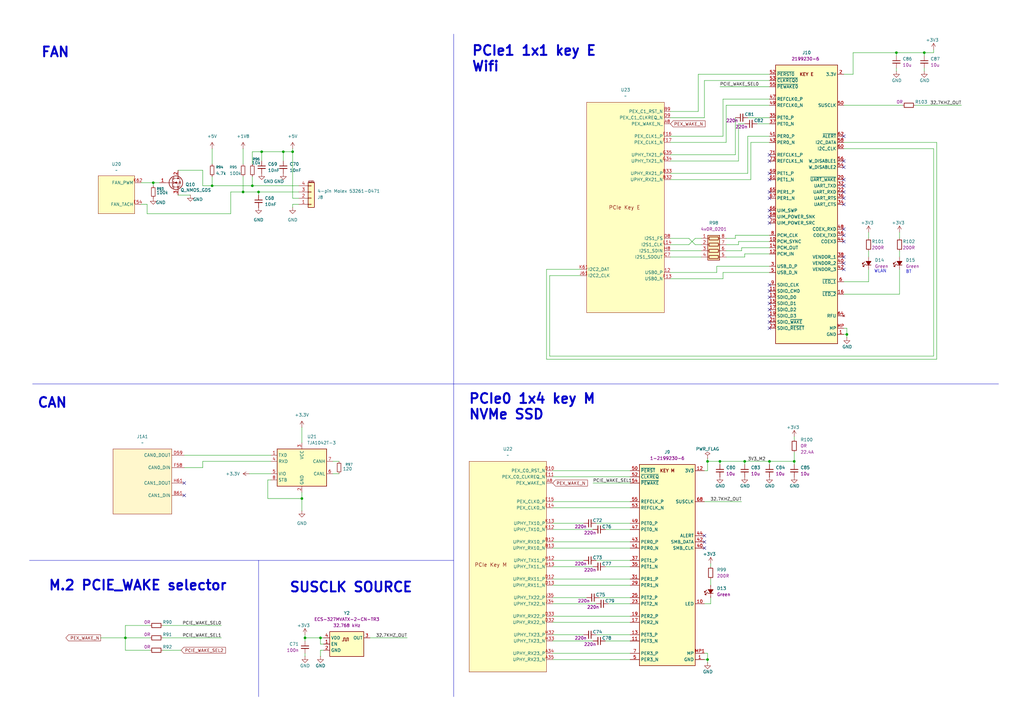
<source format=kicad_sch>
(kicad_sch (version 20250114) (generator "eeschema") (generator_version "9.0")
  (paper "A3")
  (title_block (title "Humanoid-H1") (date "2025-11-29") (rev "v1.0") (company "Bosch Global Software Techonlogies") (comment 1 "FitFest2025 Hackathon") (comment 2 "Team Name: VoltEdge"))
  (lib_symbols
    (symbol "+3V3_1" (power) (pin_numbers (hide yes)) (pin_names (hide yes))
      (property "Value" "+3V3_1" (at -3.175 2.54 0))
      (symbol "+3V3_1_1_1"
        (pin power_in line (at 0 0 90) (length 0) (hide yes) (name "+3V3") (number "1"))
      )
    )
    (symbol "+3V3_3" (power) (pin_numbers (hide yes)) (pin_names (hide yes))
      (property "Value" "+3V3_3" (at -3.175 2.54 0))
      (symbol "+3V3_3_1_1"
        (pin power_in line (at 0 0 90) (length 0) (hide yes) (name "+3V3") (number "1"))
      )
    )
    (symbol "+3V3_4" (power) (pin_numbers (hide yes)) (pin_names (hide yes))
      (property "Value" "+3V3_4" (at -3.175 2.54 0))
      (symbol "+3V3_4_1_1"
        (pin power_in line (at 0 0 90) (length 0) (hide yes) (name "+3V3") (number "1"))
      )
    )
    (symbol "C_100n_0402_1" (pin_numbers (hide yes)) (pin_names (hide yes))
      (property "Reference" "C" (at 20.32 -5.08 0))
      (property "Val" "100n" (at 20.32 -7.62 0))
      (symbol "C_100n_0402_1_1_1"
        (pin passive line (at 0 0 0) (length 2.032) (name "~") (number "1"))
        (pin passive line (at 5.08 0 180) (length 2.032) (name "~") (number "2"))
      )
    )
    (symbol "C_10u_0603_1" (pin_numbers (hide yes)) (pin_names (hide yes))
      (property "Reference" "C" (at 20.32 -5.08 0))
      (property "Val" "10u" (at 20.32 -7.62 0))
      (symbol "C_10u_0603_1_1_1"
        (pin passive line (at 0 0 0) (length 2.032) (name "~") (number "1"))
        (pin passive line (at 5.08 0 180) (length 2.032) (name "~") (number "2"))
      )
    )
    (symbol "C_10u_0603_2" (pin_numbers (hide yes)) (pin_names (hide yes))
      (property "Reference" "C" (at 20.32 -5.08 0))
      (property "Val" "10u" (at 20.32 -7.62 0))
      (symbol "C_10u_0603_2_1_1"
        (pin passive line (at 0 0 0) (length 2.032) (name "~") (number "1"))
        (pin passive line (at 5.08 0 180) (length 2.032) (name "~") (number "2"))
      )
    )
    (symbol "C_10u_0603_3" (pin_numbers (hide yes)) (pin_names (hide yes))
      (property "Reference" "C" (at 20.32 -5.08 0))
      (property "Val" "10u" (at 20.32 -7.62 0))
      (symbol "C_10u_0603_3_1_1"
        (pin passive line (at 0 0 0) (length 2.032) (name "~") (number "1"))
        (pin passive line (at 5.08 0 180) (length 2.032) (name "~") (number "2"))
      )
    )
    (symbol "C_10u_0603_4" (pin_numbers (hide yes)) (pin_names (hide yes))
      (property "Reference" "C" (at 20.32 -5.08 0))
      (property "Val" "10u" (at 20.32 -7.62 0))
      (symbol "C_10u_0603_4_1_1"
        (pin passive line (at 0 0 0) (length 2.032) (name "~") (number "1"))
        (pin passive line (at 5.08 0 180) (length 2.032) (name "~") (number "2"))
      )
    )
    (symbol "C_220n_0402_1" (pin_numbers (hide yes)) (pin_names (hide yes))
      (property "Reference" "C" (at 20.32 -5.08 0))
      (property "Val" "220n" (at 20.32 -7.62 0))
      (symbol "C_220n_0402_1_1_1"
        (pin passive line (at 0 0 0) (length 2.032) (name "~") (number "1"))
        (pin passive line (at 5.08 0 180) (length 2.032) (name "~") (number "2"))
      )
    )
    (symbol "C_220n_0402_2" (pin_numbers (hide yes)) (pin_names (hide yes))
      (property "Reference" "C" (at 20.32 -5.08 0))
      (property "Val" "220n" (at 20.32 -7.62 0))
      (symbol "C_220n_0402_2_1_1"
        (pin passive line (at 0 0 0) (length 2.032) (name "~") (number "1"))
        (pin passive line (at 5.08 0 180) (length 2.032) (name "~") (number "2"))
      )
    )
    (symbol "C_220n_0402_3" (pin_numbers (hide yes)) (pin_names (hide yes))
      (property "Reference" "C" (at 20.32 -5.08 0))
      (property "Val" "220n" (at 20.32 -7.62 0))
      (symbol "C_220n_0402_3_1_1"
        (pin passive line (at 0 0 0) (length 2.032) (name "~") (number "1"))
        (pin passive line (at 5.08 0 180) (length 2.032) (name "~") (number "2"))
      )
    )
    (symbol "C_220n_0402_4" (pin_numbers (hide yes)) (pin_names (hide yes))
      (property "Reference" "C" (at 20.32 -5.08 0))
      (property "Val" "220n" (at 20.32 -7.62 0))
      (symbol "C_220n_0402_4_1_1"
        (pin passive line (at 0 0 0) (length 2.032) (name "~") (number "1"))
        (pin passive line (at 5.08 0 180) (length 2.032) (name "~") (number "2"))
      )
    )
    (symbol "C_220n_0402_5" (pin_numbers (hide yes)) (pin_names (hide yes))
      (property "Reference" "C" (at 20.32 -5.08 0))
      (property "Val" "220n" (at 20.32 -7.62 0))
      (symbol "C_220n_0402_5_1_1"
        (pin passive line (at 0 0 0) (length 2.032) (name "~") (number "1"))
        (pin passive line (at 5.08 0 180) (length 2.032) (name "~") (number "2"))
      )
    )
    (symbol "C_220n_0402_7" (pin_numbers (hide yes)) (pin_names (hide yes))
      (property "Reference" "C" (at 20.32 -5.08 0))
      (property "Val" "220n" (at 20.32 -7.62 0))
      (symbol "C_220n_0402_7_1_1"
        (pin passive line (at 0 0 0) (length 2.032) (name "~") (number "1"))
        (pin passive line (at 5.08 0 180) (length 2.032) (name "~") (number "2"))
      )
    )
    (symbol "C_220n_0402_8" (pin_numbers (hide yes)) (pin_names (hide yes))
      (property "Reference" "C" (at 20.32 -5.08 0))
      (property "Val" "220n" (at 20.32 -7.62 0))
      (symbol "C_220n_0402_8_1_1"
        (pin passive line (at 0 0 0) (length 2.032) (name "~") (number "1"))
        (pin passive line (at 5.08 0 180) (length 2.032) (name "~") (number "2"))
      )
    )
    (symbol "Connector_Generic_MountingPin:Conn_01x04_MountingPin" (pin_names (offset 1.016) (hide yes))
      (property "Reference" "J2" (at 2.54 -0.3555 0))
      (property "Value" "4-pin Molex 53261-0471" (at 2.54 -2.8955 0))
      (symbol "Conn_01x04_MountingPin_1_1"
        (text "Mounting" (at 0 -6.731 0) (effects (font (size 0.381 0.381))))
        (pin passive line (at -5.08 2.54 0) (length 3.81) (name "Pin_1") (number "1"))
        (pin passive line (at -5.08 0 0) (length 3.81) (name "Pin_2") (number "2"))
        (pin passive line (at -5.08 -2.54 0) (length 3.81) (name "Pin_3") (number "3"))
        (pin passive line (at -5.08 -5.08 0) (length 3.81) (name "Pin_4") (number "4"))
      )
    )
    (symbol "Device:C_Small" (pin_numbers (hide yes)) (pin_names (offset 0.254) (hide yes))
      (property "Reference" "C" (at 0.254 1.778 0))
      (property "Value" "C_Small" (at 0.254 -2.032 0))
      (symbol "C_Small_1_1"
        (pin passive line (at 0 2.54 270) (length 2.032) (name "~") (number "1"))
        (pin passive line (at 0 -2.54 90) (length 2.032) (name "~") (number "2"))
      )
    )
    (symbol "Device:R_Small" (pin_numbers (hide yes)) (pin_names (offset 0.254) (hide yes))
      (property "Reference" "R" (at 0 0 90))
      (property "Value" "R_Small" (at 1.778 0 90))
      (symbol "R_Small_1_1"
        (pin passive line (at 0 2.54 270) (length 0.762) (name "~") (number "1"))
        (pin passive line (at 0 -2.54 90) (length 0.762) (name "~") (number "2"))
      )
    )
    (symbol "GND_1" (power) (pin_numbers (hide yes)) (pin_names (hide yes))
      (property "Value" "GND_1" (at 8.89 -5.08 0))
      (symbol "GND_1_1_1"
        (pin power_in line (at 0 0 270) (length 0) (name "GND") (number "1"))
      )
    )
    (symbol "GND_2" (power) (pin_numbers (hide yes)) (pin_names (hide yes))
      (property "Value" "GND_2" (at 8.89 -5.08 0))
      (symbol "GND_2_1_1"
        (pin power_in line (at 0 0 270) (length 0) (name "GND") (number "1"))
      )
    )
    (symbol "GND_3" (power) (pin_numbers (hide yes)) (pin_names (hide yes))
      (property "Value" "GND_3" (at 8.89 -5.08 0))
      (symbol "GND_3_1_1"
        (pin power_in line (at 0 0 270) (length 0) (name "GND") (number "1"))
      )
    )
    (symbol "GND_4" (power) (pin_numbers (hide yes)) (pin_names (hide yes))
      (property "Value" "GND_4" (at 8.89 -5.08 0))
      (symbol "GND_4_1_1"
        (pin power_in line (at 0 0 270) (length 0) (name "GND") (number "1"))
      )
    )
    (symbol "GND_5" (power) (pin_numbers (hide yes)) (pin_names (hide yes))
      (property "Value" "GND_5" (at 8.89 -5.08 0))
      (symbol "GND_5_1_1"
        (pin power_in line (at 0 0 270) (length 0) (name "GND") (number "1"))
      )
    )
    (symbol "GND_6" (power) (pin_numbers (hide yes)) (pin_names (hide yes))
      (property "Value" "GND_6" (at 8.89 -5.08 0))
      (symbol "GND_6_1_1"
        (pin power_in line (at 0 0 270) (length 0) (name "GND") (number "1"))
      )
    )
    (symbol "GND_7" (power) (pin_numbers (hide yes)) (pin_names (hide yes))
      (property "Value" "GND_7" (at 8.89 -5.08 0))
      (symbol "GND_7_1_1"
        (pin power_in line (at 0 0 270) (length 0) (name "GND") (number "1"))
      )
    )
    (symbol "Humanoid:J1_A"
      (property "Reference" "J1A" (at -0.254 33.782 0))
      (symbol "J1_A_1_1"
        (pin output line (at 16.51 29.21 180) (length 5.08) (name "CAN0_DOUT") (number "D59"))
        (pin input line (at 16.51 24.13 180) (length 5.08) (name "CAN0_DIN") (number "F58"))
        (pin output line (at 16.51 17.78 180) (length 5.08) (name "CAN1_DOUT") (number "H61"))
        (pin input line (at 16.51 12.7 180) (length 5.08) (name "CAN1_DIN") (number "B61"))
      )
    )
    (symbol "Interface_CAN_LIN:TJA1042T-3"
      (property "Reference" "U" (at -10.16 8.89 0))
      (property "Value" "TJA1042T-3" (at 1.27 8.89 0))
      (symbol "TJA1042T-3_1_1"
        (pin input line (at -12.7 5.08 0) (length 2.54) (name "TXD") (number "1"))
        (pin output line (at -12.7 2.54 0) (length 2.54) (name "RXD") (number "4"))
        (pin power_in line (at -12.7 -2.54 0) (length 2.54) (name "VIO") (number "5"))
        (pin input line (at -12.7 -5.08 0) (length 2.54) (name "STB") (number "8"))
        (pin power_in line (at 0 10.16 270) (length 2.54) (name "VCC") (number "3"))
        (pin power_in line (at 0 -10.16 90) (length 2.54) (name "GND") (number "2"))
        (pin bidirectional line (at 12.7 2.54 180) (length 2.54) (name "CANH") (number "7"))
        (pin bidirectional line (at 12.7 -2.54 180) (length 2.54) (name "CANL") (number "6"))
      )
    )
    (symbol "Jetson_orin:FanCtrl"
      (property "Reference" "U" (at 0 9.144 0))
      (symbol "FanCtrl_1_1"
        (pin output line (at 10.16 5.08 180) (length 2.54) (name "FAN_PWM") (number "K62"))
        (pin input line (at 10.16 -3.81 180) (length 2.54) (name "FAN_TACH") (number "E54"))
      )
    )
    (symbol "Jetson_orin:_B"
      (property "Reference" "U" (at 0.508 23.622 0))
      (symbol "_B_1_0"
        (pin bidirectional line (at -17.78 -45.72 0) (length 2.54) (name "I2C2_DAT") (number "K61"))
        (pin bidirectional line (at -17.78 -48.26 0) (length 2.54) (name "I2C2_CLK") (number "J61"))
        (pin output line (at 19.05 19.05 180) (length 2.54) (name "PEX_C1_RST_N") (number "B9"))
        (pin bidirectional line (at 19.05 16.51 180) (length 2.54) (name "PEX_C1_CLKREQ_N") (number "D9"))
        (pin input line (at 19.05 13.97 180) (length 2.54) (name "PEX_WAKE_N_") (number "A8"))
        (pin output line (at 19.05 8.89 180) (length 2.54) (name "PEX_CLK1_P") (number "F16"))
        (pin output line (at 19.05 6.35 180) (length 2.54) (name "PEX_CLK1_N") (number "F17"))
        (pin output line (at 19.05 1.27 180) (length 2.54) (name "UPHY_TX21_P") (number "G35"))
        (pin output line (at 19.05 -1.27 180) (length 2.54) (name "UPHY_TX21_N") (number "G34"))
        (pin input line (at 19.05 -6.35 180) (length 2.54) (name "UPHY_RX21_P") (number "B33"))
        (pin input line (at 19.05 -8.89 180) (length 2.54) (name "UPHY_RX21_N") (number "B32"))
        (pin bidirectional line (at 19.05 -33.02 180) (length 2.54) (name "I2S1_FS") (number "D8"))
        (pin bidirectional line (at 19.05 -35.56 180) (length 2.54) (name "I2S1_CLK") (number "L14"))
        (pin input line (at 19.05 -38.1 180) (length 2.54) (name "I2S1_SDIN") (number "H8"))
        (pin output line (at 19.05 -40.64 180) (length 2.54) (name "I2S1_SDOUT") (number "C7"))
        (pin bidirectional line (at 19.05 -46.99 180) (length 2.54) (name "USB0_P") (number "12"))
        (pin bidirectional line (at 19.05 -49.53 180) (length 2.54) (name "USB0_N") (number "F13"))
      )
      (symbol "_B_1_1"
        (text "PCIe Key E" (at 0.254 -20.32 0) (effects (font (size 1.524 1.524))))
      )
    )
    (symbol "Jetson_orin:_C"
      (property "Reference" "U" (at 0.762 44.196 0))
      (symbol "_C_1_0"
        (pin output line (at 19.05 38.1 180) (length 2.54) (name "PEX_C0_RST_N") (number "D10"))
        (pin bidirectional line (at 19.05 35.56 180) (length 2.54) (name "PEX_C0_CLKREQ_N") (number "E11"))
        (pin input line (at 19.05 33.02 180) (length 2.54) (name "PEX_WAKE_N") (number "A8"))
        (pin output line (at 19.05 25.4 180) (length 2.54) (name "PEX_CLK0_P") (number "E15"))
        (pin output line (at 19.05 22.86 180) (length 2.54) (name "PEX_CLK0_N") (number "E14"))
        (pin output line (at 19.05 16.51 180) (length 2.54) (name "UPHY_TX10_P") (number "K13"))
        (pin output line (at 19.05 13.97 180) (length 2.54) (name "UPHY_TX10_N") (number "K12"))
        (pin input line (at 19.05 8.89 180) (length 2.54) (name "UPHY_RX10_P") (number "B12"))
        (pin input line (at 19.05 6.35 180) (length 2.54) (name "UPHY_RX10_N") (number "B13"))
        (pin output line (at 19.05 1.27 180) (length 2.54) (name "UPHY_TX11_P") (number "H12"))
        (pin output line (at 19.05 -1.27 180) (length 2.54) (name "UPHY_TX11_N") (number "H13"))
        (pin input line (at 19.05 -6.35 180) (length 2.54) (name "UPHY_RX11_P") (number "D12"))
        (pin input line (at 19.05 -8.89 180) (length 2.54) (name "UPHY_RX11_N") (number "D13"))
        (pin output line (at 19.05 -13.97 180) (length 2.54) (name "UPHY_TX22_P") (number "J35"))
        (pin output line (at 19.05 -16.51 180) (length 2.54) (name "UPHY_TX22_N") (number "J34"))
        (pin input line (at 19.05 -21.59 180) (length 2.54) (name "UPHY_RX22_P") (number "D33"))
        (pin input line (at 19.05 -24.13 180) (length 2.54) (name "UPHY_RX22_N") (number "D32"))
        (pin output line (at 19.05 -29.21 180) (length 2.54) (name "UPHY_TX23_P") (number "H32"))
        (pin output line (at 19.05 -31.75 180) (length 2.54) (name "UPHY_TX23_N") (number "H33"))
        (pin input line (at 19.05 -36.83 180) (length 2.54) (name "UPHY_RX23_P") (number "A34"))
        (pin input line (at 19.05 -39.37 180) (length 2.54) (name "UPHY_RX23_N") (number "A35"))
      )
      (symbol "_C_1_1"
        (text "PCIe Key M" (at -6.35 -0.508 0) (effects (font (size 1.524 1.524))))
      )
    )
    (symbol "LED_G_0603_LTST-C190GKT_1" (pin_numbers (hide yes)) (pin_names (hide yes))
      (property "Reference" "D" (at 22.86 -2.54 0))
      (property "Color" "Green" (at 22.86 -5.08 0))
      (symbol "LED_G_0603_LTST-C190GKT_1_1_1"
        (pin passive line (at 0 0 0) (length 0.635) (name "C") (number "1"))
        (pin passive line (at 5.08 0 180) (length 0.635) (name "A") (number "2"))
      )
    )
    (symbol "R_0R_0402_5" (pin_numbers (hide yes)) (pin_names (hide yes))
      (property "Reference" "R" (at 20.32 -5.08 0))
      (property "Val" "0R" (at 20.32 -7.62 0))
      (symbol "R_0R_0402_5_1_1"
        (pin passive line (at 0 0 0) (length 0.635) (name "~") (number "1"))
        (pin passive line (at 5.08 0 180) (length 0.635) (name "~") (number "2"))
      )
    )
    (symbol "R_0R_0402_6" (pin_numbers (hide yes)) (pin_names (hide yes))
      (property "Reference" "R" (at 20.32 -5.08 0))
      (property "Val" "0R" (at 20.32 -7.62 0))
      (symbol "R_0R_0402_6_1_1"
        (pin passive line (at 0 0 0) (length 0.635) (name "~") (number "1"))
        (pin passive line (at 5.08 0 180) (length 0.635) (name "~") (number "2"))
      )
    )
    (symbol "R_200R_0402_1" (pin_numbers (hide yes)) (pin_names (hide yes))
      (property "Reference" "R" (at 20.32 -5.08 0))
      (property "Val" "200R" (at 20.32 -7.62 0))
      (symbol "R_200R_0402_1_1_1"
        (pin passive line (at 0 0 0) (length 0.635) (name "~") (number "1"))
        (pin passive line (at 5.08 0 180) (length 0.635) (name "~") (number "2"))
      )
    )
    (symbol "Transistor_FET:Q_NMOS_GDS" (pin_names (offset 0) (hide yes))
      (property "Reference" "Q" (at 5.08 1.905 0))
      (property "Value" "Q_NMOS_GDS" (at 5.08 0 0))
      (symbol "Q_NMOS_GDS_1_1"
        (pin input line (at -5.08 0 0) (length 2.54) (name "G") (number "1"))
        (pin passive line (at 2.54 5.08 270) (length 2.54) (name "D") (number "2"))
        (pin passive line (at 2.54 -5.08 90) (length 2.54) (name "S") (number "3"))
      )
    )
    (symbol "antmicroCapacitors0402:C_220n_0402" (pin_numbers (hide yes)) (pin_names (hide yes))
      (property "Reference" "C" (at 20.32 -5.08 0))
      (property "Val" "220n" (at 20.32 -7.62 0))
      (symbol "C_220n_0402_1_1"
        (pin passive line (at 0 0 0) (length 2.032) (name "~") (number "1"))
        (pin passive line (at 5.08 0 180) (length 2.032) (name "~") (number "2"))
      )
    )
    (symbol "antmicroCapacitors0603:C_10u_0603" (pin_numbers (hide yes)) (pin_names (hide yes))
      (property "Reference" "C" (at 20.32 -5.08 0))
      (property "Val" "10u" (at 20.32 -7.62 0))
      (symbol "C_10u_0603_1_1"
        (pin passive line (at 0 0 0) (length 2.032) (name "~") (number "1"))
        (pin passive line (at 5.08 0 180) (length 2.032) (name "~") (number "2"))
      )
    )
    (symbol "antmicroLEDIndicationDiscrete:LED_G_0603_LTST-C190GKT" (pin_numbers (hide yes)) (pin_names (hide yes))
      (property "Reference" "D" (at 22.86 -2.54 0))
      (property "Color" "Green" (at 22.86 -5.08 0))
      (symbol "LED_G_0603_LTST-C190GKT_1_1"
        (pin passive line (at 0 0 0) (length 0.635) (name "C") (number "1"))
        (pin passive line (at 5.08 0 180) (length 0.635) (name "A") (number "2"))
      )
    )
    (symbol "antmicroOscillators:Oscillator_32.768kHz_ECS_2520MV"
      (property "Reference" "Y" (at 26.035 -2.54 0))
      (property "MPN" "ECS-327MVATX-2-CN-TR3" (at 26.035 -5.08 0))
      (property "Val" "32.768 kHz" (at 26.035 -10.16 0))
      (symbol "Oscillator_32.768kHz_ECS_2520MV_1_1"
        (pin power_in line (at 0 0 0) (length 2.54) (name "VDD") (number "4"))
        (pin input line (at 0 -2.54 0) (length 2.54) (name "EN") (number "1"))
        (pin power_in line (at 0 -5.08 0) (length 2.54) (name "GND") (number "2"))
        (pin output line (at 19.05 0 180) (length 2.54) (name "OUT") (number "3"))
      )
    )
    (symbol "antmicroPciConnectors:Bus_M.2_1-2199230-6"
      (property "Reference" "J" (at 45.72 -2.54 0))
      (property "MPN" "1-2199230-6" (at 45.72 -5.08 0))
      (symbol "Bus_M.2_1-2199230-6_0_0"
        (text "KEY M" (at 15.24 0 0) (effects (font (size 1.27 1.27) (bold yes))))
      )
      (symbol "Bus_M.2_1-2199230-6_1_1"
        (pin input line (at 0 0 0) (length 3.81) (name "~{PERST}") (number "50"))
        (pin output line (at 0 -2.54 0) (length 3.81) (name "~{CLKREQ}") (number "52"))
        (pin input line (at 0 -5.08 0) (length 3.81) (name "~{PEWAKE}") (number "54"))
        (pin input line (at 0 -12.7 0) (length 3.81) (name "REFCLK_P") (number "55"))
        (pin input line (at 0 -15.24 0) (length 3.81) (name "REFCLK_N") (number "53"))
        (pin input line (at 0 -21.59 0) (length 3.81) (name "PET0_P") (number "49"))
        (pin input line (at 0 -24.13 0) (length 3.81) (name "PET0_N") (number "47"))
        (pin output line (at 0 -29.21 0) (length 3.81) (name "PER0_P") (number "43"))
        (pin output line (at 0 -31.75 0) (length 3.81) (name "PER0_N") (number "41"))
        (pin input line (at 0 -36.83 0) (length 3.81) (name "PET1_P") (number "37"))
        (pin input line (at 0 -39.37 0) (length 3.81) (name "PET1_N") (number "35"))
        (pin output line (at 0 -44.45 0) (length 3.81) (name "PER1_P") (number "31"))
        (pin output line (at 0 -46.99 0) (length 3.81) (name "PER1_N") (number "29"))
        (pin input line (at 0 -52.07 0) (length 3.81) (name "PET2_P") (number "25"))
        (pin input line (at 0 -54.61 0) (length 3.81) (name "PET2_N") (number "23"))
        (pin output line (at 0 -59.69 0) (length 3.81) (name "PER2_P") (number "19"))
        (pin output line (at 0 -62.23 0) (length 3.81) (name "PER2_N") (number "17"))
        (pin input line (at 0 -67.31 0) (length 3.81) (name "PET3_P") (number "13"))
        (pin input line (at 0 -69.85 0) (length 3.81) (name "PET3_N") (number "11"))
        (pin output line (at 0 -74.93 0) (length 3.81) (name "PER3_P") (number "7"))
        (pin output line (at 0 -77.47 0) (length 3.81) (name "PER3_N") (number "5"))
        (pin no_connect line (at 26.67 -38.1 180) (length 3.81) (hide yes) (name "NC") (number "69"))
        (pin no_connect line (at 26.67 -39.37 180) (length 3.81) (hide yes) (name "NC") (number "6"))
        (pin no_connect line (at 26.67 -40.64 180) (length 3.81) (hide yes) (name "NC") (number "67"))
        (pin no_connect line (at 26.67 -41.91 180) (length 3.81) (hide yes) (name "NC") (number "48"))
        (pin no_connect line (at 26.67 -43.18 180) (length 3.81) (hide yes) (name "NC") (number "56"))
        (pin no_connect line (at 26.67 -44.45 180) (length 3.81) (hide yes) (name "NC") (number "20"))
        (pin no_connect line (at 26.67 -45.72 180) (length 3.81) (hide yes) (name "NC") (number "22"))
        (pin no_connect line (at 26.67 -46.99 180) (length 3.81) (hide yes) (name "NC") (number "24"))
        (pin no_connect line (at 26.67 -59.69 180) (length 3.81) (hide yes) (name "NC") (number "26"))
        (pin no_connect line (at 26.67 -60.96 180) (length 3.81) (hide yes) (name "NC") (number "28"))
        (pin no_connect line (at 26.67 -62.23 180) (length 3.81) (hide yes) (name "NC") (number "30"))
        (pin no_connect line (at 26.67 -63.5 180) (length 3.81) (hide yes) (name "NC") (number "32"))
        (pin no_connect line (at 26.67 -64.77 180) (length 3.81) (hide yes) (name "NC") (number "8"))
        (pin no_connect line (at 26.67 -66.04 180) (length 3.81) (hide yes) (name "NC") (number "34"))
        (pin no_connect line (at 26.67 -67.31 180) (length 3.81) (hide yes) (name "NC") (number "36"))
        (pin no_connect line (at 26.67 -68.58 180) (length 3.81) (hide yes) (name "NC") (number "46"))
        (pin no_connect line (at 26.67 -69.85 180) (length 3.81) (hide yes) (name "NC") (number "38"))
        (pin no_connect line (at 26.67 -71.12 180) (length 3.81) (hide yes) (name "NC") (number "58"))
        (pin passive line (at 30.48 0 180) (length 3.81) (name "3V3") (number "12"))
        (pin passive line (at 30.48 0 180) (length 3.81) (hide yes) (name "3V3") (number "14"))
        (pin passive line (at 30.48 0 180) (length 3.81) (hide yes) (name "3V3") (number "16"))
        (pin passive line (at 30.48 0 180) (length 3.81) (hide yes) (name "3V3") (number "18"))
        (pin passive line (at 30.48 0 180) (length 3.81) (hide yes) (name "3V3") (number "2"))
        (pin passive line (at 30.48 0 180) (length 3.81) (hide yes) (name "3V3") (number "4"))
        (pin passive line (at 30.48 0 180) (length 3.81) (hide yes) (name "3V3") (number "70"))
        (pin passive line (at 30.48 0 180) (length 3.81) (hide yes) (name "3V3") (number "72"))
        (pin passive line (at 30.48 0 180) (length 3.81) (hide yes) (name "3V3") (number "74"))
        (pin input line (at 30.48 -12.7 180) (length 3.81) (name "SUSCLK") (number "68"))
        (pin output line (at 30.48 -26.67 180) (length 3.81) (name "ALERT") (number "44"))
        (pin bidirectional line (at 30.48 -29.21 180) (length 3.81) (name "SMB_DATA") (number "42"))
        (pin input line (at 30.48 -31.75 180) (length 3.81) (name "SMB_CLK") (number "40"))
        (pin passive line (at 30.48 -54.61 180) (length 3.81) (name "LED") (number "10"))
        (pin passive line (at 30.48 -74.93 180) (length 3.81) (name "MP") (number "MP1"))
        (pin passive line (at 30.48 -74.93 180) (length 3.81) (hide yes) (name "MP") (number "MP2"))
        (pin power_in line (at 30.48 -77.47 180) (length 3.81) (name "GND") (number "1"))
        (pin passive line (at 30.48 -77.47 180) (length 3.81) (hide yes) (name "GND") (number "15"))
        (pin passive line (at 30.48 -77.47 180) (length 3.81) (hide yes) (name "GND") (number "21"))
        (pin passive line (at 30.48 -77.47 180) (length 3.81) (hide yes) (name "GND") (number "27"))
        (pin passive line (at 30.48 -77.47 180) (length 3.81) (hide yes) (name "GND") (number "3"))
        (pin passive line (at 30.48 -77.47 180) (length 3.81) (hide yes) (name "GND") (number "33"))
        (pin passive line (at 30.48 -77.47 180) (length 3.81) (hide yes) (name "GND") (number "39"))
        (pin passive line (at 30.48 -77.47 180) (length 3.81) (hide yes) (name "GND") (number "45"))
        (pin passive line (at 30.48 -77.47 180) (length 3.81) (hide yes) (name "GND") (number "51"))
        (pin passive line (at 30.48 -77.47 180) (length 3.81) (hide yes) (name "GND") (number "57"))
        (pin passive line (at 30.48 -77.47 180) (length 3.81) (hide yes) (name "GND") (number "71"))
        (pin passive line (at 30.48 -77.47 180) (length 3.81) (hide yes) (name "GND") (number "73"))
        (pin passive line (at 30.48 -77.47 180) (length 3.81) (hide yes) (name "GND") (number "75"))
        (pin passive line (at 30.48 -77.47 180) (length 3.81) (hide yes) (name "GND") (number "9"))
      )
    )
    (symbol "antmicroPciConnectors:Bus_M.2_2199230-6"
      (property "Reference" "J" (at 45.72 -1.27 0))
      (property "MPN" "2199230-6 " (at 45.72 -11.43 0))
      (symbol "Bus_M.2_2199230-6_0_0"
        (text "KEY E" (at 15.24 0 0) (effects (font (size 1.27 1.27) (bold yes))))
      )
      (symbol "Bus_M.2_2199230-6_1_1"
        (pin input line (at 0 0 0) (length 2.54) (name "~{PERST0}") (number "52"))
        (pin output line (at 0 -2.54 0) (length 2.54) (name "~{CLKREQ0}") (number "53"))
        (pin output line (at 0 -5.08 0) (length 2.54) (name "~{PEWAKE0}") (number "55"))
        (pin input line (at 0 -10.16 0) (length 2.54) (name "REFCLK0_P") (number "47"))
        (pin input line (at 0 -12.7 0) (length 2.54) (name "REFCLK0_N") (number "49"))
        (pin input line (at 0 -17.78 0) (length 2.54) (name "PET0_P") (number "35"))
        (pin input line (at 0 -20.32 0) (length 2.54) (name "PET0_N") (number "37"))
        (pin output line (at 0 -25.4 0) (length 2.54) (name "PER0_P") (number "41"))
        (pin output line (at 0 -27.94 0) (length 2.54) (name "PER0_N") (number "43"))
        (pin input line (at 0 -33.02 0) (length 2.54) (name "REFCLK1_P") (number "71"))
        (pin input line (at 0 -35.56 0) (length 2.54) (name "REFCLK1_N") (number "73"))
        (pin input line (at 0 -40.64 0) (length 2.54) (name "PET1_P") (number "59"))
        (pin input line (at 0 -43.18 0) (length 2.54) (name "PET1_N") (number "61"))
        (pin output line (at 0 -48.26 0) (length 2.54) (name "PER1_P") (number "65"))
        (pin output line (at 0 -50.8 0) (length 2.54) (name "PER1_N") (number "67"))
        (pin bidirectional line (at 0 -55.88 0) (length 2.54) (name "UIM_SWP") (number "66"))
        (pin bidirectional line (at 0 -58.42 0) (length 2.54) (name "UIM_POWER_SNK") (number "68"))
        (pin bidirectional line (at 0 -60.96 0) (length 2.54) (name "UIM_POWER_SRC") (number "70"))
        (pin bidirectional line (at 0 -66.04 0) (length 2.54) (name "PCM_CLK") (number "8"))
        (pin bidirectional line (at 0 -68.58 0) (length 2.54) (name "PCM_SYNC") (number "10"))
        (pin bidirectional line (at 0 -71.12 0) (length 2.54) (name "PCM_OUT") (number "14"))
        (pin bidirectional line (at 0 -73.66 0) (length 2.54) (name "PCM_IN") (number "12"))
        (pin bidirectional line (at 0 -78.74 0) (length 2.54) (name "USB_D_P") (number "3"))
        (pin bidirectional line (at 0 -81.28 0) (length 2.54) (name "USB_D_N") (number "5"))
        (pin input line (at 0 -86.36 0) (length 2.54) (name "SDIO_CLK") (number "9"))
        (pin bidirectional line (at 0 -88.9 0) (length 2.54) (name "SDIO_CMD") (number "11"))
        (pin bidirectional line (at 0 -91.44 0) (length 2.54) (name "SDIO_D0") (number "13"))
        (pin bidirectional line (at 0 -93.98 0) (length 2.54) (name "SDIO_D1") (number "15"))
        (pin bidirectional line (at 0 -96.52 0) (length 2.54) (name "SDIO_D2") (number "17"))
        (pin bidirectional line (at 0 -99.06 0) (length 2.54) (name "SDIO_D3") (number "19"))
        (pin bidirectional line (at 0 -101.6 0) (length 2.54) (name "SDIO_~{WAKE}") (number "21"))
        (pin input line (at 0 -104.14 0) (length 2.54) (name "SDIO_~{RESET}") (number "23"))
        (pin power_in line (at 30.48 0 180) (length 2.54) (name "3.3V") (number "2"))
        (pin passive line (at 30.48 0 180) (length 2.54) (hide yes) (name "3.3V") (number "4"))
        (pin passive line (at 30.48 0 180) (length 2.54) (hide yes) (name "3.3V") (number "72"))
        (pin passive line (at 30.48 0 180) (length 2.54) (hide yes) (name "3.3V") (number "74"))
        (pin input line (at 30.48 -12.7 180) (length 2.54) (name "SUSCLK") (number "50"))
        (pin output line (at 30.48 -25.4 180) (length 2.54) (name "~{ALERT}") (number "62"))
        (pin bidirectional line (at 30.48 -27.94 180) (length 2.54) (name "I2C_DATA") (number "58"))
        (pin bidirectional line (at 30.48 -30.48 180) (length 2.54) (name "I2C_CLK") (number "60"))
        (pin input line (at 30.48 -35.56 180) (length 2.54) (name "W_DISABLE1") (number "56"))
        (pin input line (at 30.48 -38.1 180) (length 2.54) (name "W_DISABLE2") (number "54"))
        (pin output line (at 30.48 -43.18 180) (length 2.54) (name "~{UART_WAKE}") (number "20"))
        (pin bidirectional line (at 30.48 -45.72 180) (length 2.54) (name "UART_TXD") (number "32"))
        (pin bidirectional line (at 30.48 -48.26 180) (length 2.54) (name "UART_RXD") (number "22"))
        (pin bidirectional line (at 30.48 -50.8 180) (length 2.54) (name "UART_RTS") (number "36"))
        (pin bidirectional line (at 30.48 -53.34 180) (length 2.54) (name "UART_CTS") (number "34"))
        (pin bidirectional line (at 30.48 -63.5 180) (length 2.54) (name "COEX_RXD") (number "48"))
        (pin bidirectional line (at 30.48 -66.04 180) (length 2.54) (name "COEX_TXD") (number "46"))
        (pin bidirectional line (at 30.48 -68.58 180) (length 2.54) (name "COEX3") (number "44"))
        (pin bidirectional line (at 30.48 -74.93 180) (length 2.54) (name "VENDOR_1") (number "38"))
        (pin bidirectional line (at 30.48 -77.47 180) (length 2.54) (name "VENDOR_2") (number "40"))
        (pin bidirectional line (at 30.48 -80.01 180) (length 2.54) (name "VENDOR_3") (number "42"))
        (pin output line (at 30.48 -85.09 180) (length 2.54) (name "~{LED_1}") (number "6"))
        (pin output line (at 30.48 -90.17 180) (length 2.54) (name "~{LED_2}") (number "16"))
        (pin no_connect line (at 30.48 -99.06 180) (length 2.54) (name "RFU") (number "64"))
        (pin passive line (at 30.48 -104.14 180) (length 2.54) (name "MP") (number "MP"))
        (pin power_in line (at 30.48 -106.68 180) (length 2.54) (name "GND") (number "1"))
        (pin passive line (at 30.48 -106.68 180) (length 2.54) (hide yes) (name "GND") (number "18"))
        (pin passive line (at 30.48 -106.68 180) (length 2.54) (hide yes) (name "GND") (number "33"))
        (pin passive line (at 30.48 -106.68 180) (length 2.54) (hide yes) (name "GND") (number "39"))
        (pin passive line (at 30.48 -106.68 180) (length 2.54) (hide yes) (name "GND") (number "45"))
        (pin passive line (at 30.48 -106.68 180) (length 2.54) (hide yes) (name "GND") (number "51"))
        (pin passive line (at 30.48 -106.68 180) (length 2.54) (hide yes) (name "GND") (number "57"))
        (pin passive line (at 30.48 -106.68 180) (length 2.54) (hide yes) (name "GND") (number "63"))
        (pin passive line (at 30.48 -106.68 180) (length 2.54) (hide yes) (name "GND") (number "69"))
        (pin passive line (at 30.48 -106.68 180) (length 2.54) (hide yes) (name "GND") (number "7"))
        (pin passive line (at 30.48 -106.68 180) (length 2.54) (hide yes) (name "GND") (number "75"))
      )
    )
    (symbol "antmicroResistorNetworksArrays:R_4x0R_0201_array" (pin_names (hide yes))
      (property "Reference" "R" (at 26.67 -5.08 0))
      (property "Val" "4x0R_0201" (at 26.67 -10.16 0))
      (symbol "R_4x0R_0201_array_1_1"
        (pin passive line (at 0 0 0) (length 2.54) (name "R1.1") (number "1"))
        (pin passive line (at 0 -2.54 0) (length 2.54) (name "R2.1") (number "2"))
        (pin passive line (at 0 -5.08 0) (length 2.54) (name "R3.1") (number "3"))
        (pin passive line (at 0 -7.62 0) (length 2.54) (name "R4.1") (number "4"))
        (pin passive line (at 10.16 0 180) (length 2.54) (name "R1.2") (number "8"))
        (pin passive line (at 10.16 -2.54 180) (length 2.54) (name "R2.2") (number "7"))
        (pin passive line (at 10.16 -5.08 180) (length 2.54) (name "R3.2") (number "6"))
        (pin passive line (at 10.16 -7.62 180) (length 2.54) (name "R4.2") (number "5"))
      )
    )
    (symbol "antmicroResistors0402:R_0R_0402" (pin_numbers (hide yes)) (pin_names (hide yes))
      (property "Reference" "R" (at 20.32 -5.08 0))
      (property "Val" "0R" (at 20.32 -7.62 0))
      (symbol "R_0R_0402_1_1"
        (pin passive line (at 0 0 0) (length 0.635) (name "~") (number "1"))
        (pin passive line (at 5.08 0 180) (length 0.635) (name "~") (number "2"))
      )
    )
    (symbol "antmicroResistors0402:R_200R_0402" (pin_numbers (hide yes)) (pin_names (hide yes))
      (property "Reference" "R" (at 20.32 -5.08 0))
      (property "Val" "200R" (at 20.32 -7.62 0))
      (symbol "R_200R_0402_1_1"
        (pin passive line (at 0 0 0) (length 0.635) (name "~") (number "1"))
        (pin passive line (at 5.08 0 180) (length 0.635) (name "~") (number "2"))
      )
    )
    (symbol "antmicroResistors0603:R_0R_22.4A_0603" (pin_numbers (hide yes)) (pin_names (hide yes))
      (property "Reference" "R" (at 15.24 -2.54 0))
      (property "Value" "R_0R_22.4A_0603" (at 15.24 -5.08 0))
      (property "Val" "0R" (at 15.24 -7.62 0))
      (property "Max. Curr." "22.4A" (at 15.24 -20.32 0))
      (symbol "R_0R_22.4A_0603_1_1"
        (pin passive line (at 0 0 0) (length 0.635) (name "~") (number "1"))
        (pin passive line (at 5.08 0 180) (length 0.635) (name "~") (number "2"))
      )
    )
    (symbol "antmicropower:+3V3" (power) (pin_numbers (hide yes)) (pin_names (hide yes))
      (property "Value" "+3V3" (at -3.175 2.54 0))
      (symbol "+3V3_1_1"
        (pin power_in line (at 0 0 90) (length 0) (hide yes) (name "+3V3") (number "1"))
      )
    )
    (symbol "antmicropower:GND" (power) (pin_numbers (hide yes)) (pin_names (hide yes))
      (property "Value" "GND" (at 8.89 -5.08 0))
      (symbol "GND_1_1"
        (pin power_in line (at 0 0 270) (length 0) (name "GND") (number "1"))
      )
    )
    (symbol "antmicropower:PWR_FLAG" (power) (pin_numbers (hide yes)) (pin_names (offset 0) (hide yes))
      (property "Value" "PWR_FLAG" (at 0 3.81 0))
      (symbol "PWR_FLAG_0_0"
        (pin power_out line (at 0 0 90) (length 0) (name "pwr") (number "1"))
      )
    )
    (symbol "power:+1V8" (power) (pin_numbers (hide yes)) (pin_names (offset 0) (hide yes))
      (property "Value" "+1V8" (at 0 3.556 0))
      (symbol "+1V8_1_1"
        (pin power_in line (at 0 0 90) (length 0) (name "~") (number "1"))
      )
    )
    (symbol "power:+3.3V" (power) (pin_numbers (hide yes)) (pin_names (offset 0) (hide yes))
      (property "Value" "+3.3V" (at 0 3.556 0))
      (symbol "+3.3V_1_1"
        (pin power_in line (at 0 0 90) (length 0) (name "~") (number "1"))
      )
    )
    (symbol "power:+5V" (power) (pin_numbers (hide yes)) (pin_names (offset 0) (hide yes))
      (property "Value" "+5V" (at 0 3.556 0))
      (symbol "+5V_1_1"
        (pin power_in line (at 0 0 90) (length 0) (name "~") (number "1"))
      )
    )
    (symbol "power:GND" (power) (pin_numbers (hide yes)) (pin_names (offset 0) (hide yes))
      (property "Value" "GND" (at 0 -3.81 0))
      (symbol "GND_1_1"
        (pin power_in line (at 0 0 270) (length 0) (name "~") (number "1"))
      )
    )
  )
  (text "WLAN\n" (at 358.521 112.014 0) (effects (font (size 1.27 1.27)) (justify left bottom)))
  (text "M.2 PCIE_WAKE selector" (at 19.685 242.57 0) (effects (font (size 4 4) (thickness 0.8) (bold yes)) (justify left bottom)))
  (text "PCIe0 1x4 key M\nNVMe SSD" (at 192.024 172.466 0) (effects (font (size 4 4) (thickness 0.8) (bold yes)) (justify left bottom)))
  (text "BT" (at 371.475 112.268 0) (effects (font (size 1.27 1.27)) (justify left bottom)))
  (text "CAN" (at 15.113 167.64 0) (effects (font (size 4 4) (thickness 0.8) (bold yes)) (justify left bottom)))
  (text "PCIe1 1x1 key E\nWifi" (at 193.294 29.718 0) (effects (font (size 4 4) (thickness 0.8) (bold yes)) (justify left bottom)))
  (text "FAN" (at 16.637 23.876 0) (effects (font (size 4 4) (thickness 0.8) (bold yes)) (justify left bottom)))
  (text "SUSCLK SOURCE" (at 118.491 243.332 0) (effects (font (size 4 4) (thickness 0.8) (bold yes)) (justify left bottom)))
  (junction (at 51.435 261.62))
  (junction (at 315.595 189.23))
  (junction (at 123.825 204.47))
  (junction (at 103.505 76.2))
  (junction (at 290.195 189.23))
  (junction (at 106.045 78.74))
  (junction (at 367.665 21.59))
  (junction (at 295.275 189.23))
  (junction (at 86.995 76.2))
  (junction (at 325.755 189.23))
  (junction (at 120.015 62.23))
  (junction (at 131.445 261.62))
  (junction (at 379.095 21.59))
  (junction (at 125.095 261.62))
  (junction (at 99.695 78.74))
  (junction (at 347.345 137.16))
  (junction (at 290.195 270.51))
  (junction (at 116.205 62.23))
  (junction (at 62.865 74.93))
  (junction (at 107.315 62.23))
  (junction (at 305.435 189.23))
  (no_connect (at 346.075 107.95))
  (no_connect (at 346.075 96.52))
  (no_connect (at 315.595 86.36))
  (no_connect (at 315.595 66.04))
  (no_connect (at 315.595 91.44))
  (no_connect (at 315.595 132.08))
  (no_connect (at 315.595 134.62))
  (no_connect (at 288.925 224.79))
  (no_connect (at 346.075 105.41))
  (no_connect (at 315.595 81.28))
  (no_connect (at 315.595 73.66))
  (no_connect (at 346.075 81.28))
  (no_connect (at 315.595 71.12))
  (no_connect (at 315.595 63.5))
  (no_connect (at 346.075 99.06))
  (no_connect (at 315.595 127))
  (no_connect (at 346.075 93.98))
  (no_connect (at 75.565 198.12))
  (no_connect (at 315.595 78.74))
  (no_connect (at 346.075 76.2))
  (no_connect (at 346.075 78.74))
  (no_connect (at 346.075 66.04))
  (no_connect (at 315.595 129.54))
  (no_connect (at 288.925 222.25))
  (no_connect (at 346.075 110.49))
  (no_connect (at 315.595 119.38))
  (no_connect (at 75.565 203.2))
  (no_connect (at 346.075 68.58))
  (no_connect (at 346.075 55.88))
  (no_connect (at 346.075 83.82))
  (no_connect (at 288.925 219.71))
  (no_connect (at 346.075 73.66))
  (no_connect (at 315.595 88.9))
  (no_connect (at 315.595 116.84))
  (no_connect (at 315.595 124.46))
  (no_connect (at 315.595 121.92))
  (wire (pts (xy 51.435 261.62) (xy 61.595 261.62)))
  (wire (pts (xy 51.435 256.54) (xy 51.435 261.62)))
  (polyline (pts (xy 106.045 229.87) (xy 186.055 229.87)))
  (wire (pts (xy 274.955 73.66) (xy 307.975 73.66)))
  (wire (pts (xy 291.465 231.14) (xy 291.465 232.41)))
  (wire (pts (xy 368.935 110.49) (xy 368.935 120.65)))
  (wire (pts (xy 274.955 105.41) (xy 287.655 105.41)))
  (wire (pts (xy 83.185 189.23) (xy 83.185 191.77)))
  (wire (pts (xy 123.825 204.47) (xy 123.825 209.55)))
  (wire (pts (xy 226.695 267.97) (xy 258.445 267.97)))
  (wire (pts (xy 347.345 138.43) (xy 347.345 137.16)))
  (polyline (pts (xy 186.055 157.48) (xy 409.575 157.48)))
  (wire (pts (xy 116.205 62.23) (xy 116.205 66.04)))
  (wire (pts (xy 356.235 110.49) (xy 356.235 115.57)))
  (wire (pts (xy 290.195 270.51) (xy 290.195 267.97)))
  (wire (pts (xy 226.695 237.49) (xy 258.445 237.49)))
  (wire (pts (xy 288.925 48.26) (xy 274.955 48.26)))
  (wire (pts (xy 103.505 76.2) (xy 103.505 72.39)))
  (wire (pts (xy 131.445 266.7) (xy 131.445 269.24)))
  (wire (pts (xy 274.955 97.79) (xy 282.575 97.79)))
  (wire (pts (xy 86.995 60.96) (xy 86.995 67.31)))
  (wire (pts (xy 285.115 97.79) (xy 282.575 100.33)))
  (wire (pts (xy 248.285 262.89) (xy 258.445 262.89)))
  (wire (pts (xy 244.475 214.63) (xy 258.445 214.63)))
  (wire (pts (xy 244.475 260.35) (xy 258.445 260.35)))
  (wire (pts (xy 41.275 261.62) (xy 51.435 261.62)))
  (wire (pts (xy 107.315 62.23) (xy 107.315 66.04)))
  (wire (pts (xy 290.195 193.04) (xy 290.195 189.23)))
  (wire (pts (xy 226.695 240.03) (xy 258.445 240.03)))
  (wire (pts (xy 288.925 247.65) (xy 291.465 247.65)))
  (wire (pts (xy 120.015 83.82) (xy 120.015 85.09)))
  (wire (pts (xy 296.545 40.64) (xy 315.595 40.64)))
  (wire (pts (xy 301.625 96.52) (xy 315.595 96.52)))
  (wire (pts (xy 225.425 146.05) (xy 382.905 146.05)))
  (wire (pts (xy 325.755 179.07) (xy 325.755 180.34)))
  (wire (pts (xy 347.345 137.16) (xy 346.075 137.16)))
  (wire (pts (xy 83.185 69.85) (xy 83.185 76.2)))
  (wire (pts (xy 86.995 72.39) (xy 86.995 76.2)))
  (wire (pts (xy 62.865 74.93) (xy 62.865 76.2)))
  (wire (pts (xy 315.595 111.76) (xy 296.545 111.76)))
  (wire (pts (xy 304.165 101.6) (xy 304.165 102.87)))
  (wire (pts (xy 224.155 110.49) (xy 238.125 110.49)))
  (wire (pts (xy 238.125 113.03) (xy 225.425 113.03)))
  (wire (pts (xy 285.115 97.79) (xy 287.655 97.79)))
  (wire (pts (xy 226.695 195.58) (xy 258.445 195.58)))
  (wire (pts (xy 305.435 189.23) (xy 305.435 190.5)))
  (wire (pts (xy 226.695 193.04) (xy 258.445 193.04)))
  (wire (pts (xy 83.185 76.2) (xy 86.995 76.2)))
  (wire (pts (xy 356.235 95.25) (xy 356.235 97.79)))
  (wire (pts (xy 295.275 35.56) (xy 315.595 35.56)))
  (wire (pts (xy 379.095 21.59) (xy 382.905 21.59)))
  (wire (pts (xy 125.095 267.97) (xy 125.095 269.24)))
  (wire (pts (xy 120.015 60.96) (xy 120.015 62.23)))
  (wire (pts (xy 136.525 189.23) (xy 139.065 189.23)))
  (wire (pts (xy 66.675 256.54) (xy 90.805 256.54)))
  (wire (pts (xy 290.195 267.97) (xy 288.925 267.97)))
  (polyline (pts (xy 12.065 229.87) (xy 106.045 229.87)))
  (wire (pts (xy 75.565 186.69) (xy 111.125 186.69)))
  (wire (pts (xy 286.385 45.72) (xy 286.385 30.48)))
  (wire (pts (xy 384.175 147.32) (xy 224.155 147.32)))
  (wire (pts (xy 290.195 189.23) (xy 295.275 189.23)))
  (wire (pts (xy 367.665 21.59) (xy 367.665 22.86)))
  (wire (pts (xy 346.075 30.48) (xy 349.885 30.48)))
  (wire (pts (xy 367.665 27.94) (xy 367.665 29.21)))
  (wire (pts (xy 106.045 78.74) (xy 99.695 78.74)))
  (wire (pts (xy 86.995 76.2) (xy 103.505 76.2)))
  (wire (pts (xy 73.025 69.85) (xy 83.185 69.85)))
  (wire (pts (xy 368.935 102.87) (xy 368.935 105.41)))
  (wire (pts (xy 61.595 256.54) (xy 51.435 256.54)))
  (wire (pts (xy 305.435 189.23) (xy 295.275 189.23)))
  (wire (pts (xy 62.865 74.93) (xy 65.405 74.93)))
  (wire (pts (xy 120.015 62.23) (xy 120.015 81.28)))
  (polyline (pts (xy 106.045 229.87) (xy 106.045 285.75)))
  (wire (pts (xy 226.695 217.17) (xy 243.205 217.17)))
  (wire (pts (xy 57.785 74.93) (xy 62.865 74.93)))
  (wire (pts (xy 226.695 260.35) (xy 239.395 260.35)))
  (wire (pts (xy 379.095 21.59) (xy 379.095 22.86)))
  (wire (pts (xy 356.235 102.87) (xy 356.235 105.41)))
  (wire (pts (xy 73.025 80.01) (xy 78.105 80.01)))
  (wire (pts (xy 167.005 261.62) (xy 151.765 261.62)))
  (wire (pts (xy 103.505 76.2) (xy 122.555 76.2)))
  (wire (pts (xy 225.425 113.03) (xy 225.425 146.05)))
  (wire (pts (xy 296.545 111.76) (xy 296.545 114.3)))
  (wire (pts (xy 131.445 261.62) (xy 132.715 261.62)))
  (wire (pts (xy 274.955 100.33) (xy 282.575 100.33)))
  (wire (pts (xy 107.315 62.23) (xy 116.205 62.23)))
  (wire (pts (xy 132.715 264.16) (xy 131.445 264.16)))
  (wire (pts (xy 132.715 266.7) (xy 131.445 266.7)))
  (wire (pts (xy 74.295 266.7) (xy 66.675 266.7)))
  (wire (pts (xy 347.345 134.62) (xy 347.345 137.16)))
  (wire (pts (xy 99.695 60.96) (xy 99.695 67.31)))
  (wire (pts (xy 274.955 55.88) (xy 296.545 55.88)))
  (wire (pts (xy 382.905 60.96) (xy 346.075 60.96)))
  (wire (pts (xy 349.885 21.59) (xy 349.885 30.48)))
  (wire (pts (xy 315.595 43.18) (xy 297.815 43.18)))
  (wire (pts (xy 291.465 245.11) (xy 291.465 247.65)))
  (wire (pts (xy 368.935 120.65) (xy 346.075 120.65)))
  (wire (pts (xy 325.755 189.23) (xy 325.755 190.5)))
  (wire (pts (xy 123.825 201.93) (xy 123.825 204.47)))
  (wire (pts (xy 346.075 58.42) (xy 384.175 58.42)))
  (wire (pts (xy 243.205 198.12) (xy 258.445 198.12)))
  (wire (pts (xy 306.705 55.88) (xy 306.705 71.12)))
  (wire (pts (xy 315.595 55.88) (xy 306.705 55.88)))
  (wire (pts (xy 302.895 99.06) (xy 302.895 100.33)))
  (wire (pts (xy 288.925 193.04) (xy 290.195 193.04)))
  (wire (pts (xy 83.185 191.77) (xy 75.565 191.77)))
  (wire (pts (xy 305.435 104.14) (xy 315.595 104.14)))
  (wire (pts (xy 349.885 21.59) (xy 367.665 21.59)))
  (wire (pts (xy 315.595 189.23) (xy 305.435 189.23)))
  (wire (pts (xy 102.235 194.31) (xy 111.125 194.31)))
  (wire (pts (xy 60.325 87.63) (xy 60.325 83.82)))
  (wire (pts (xy 274.955 63.5) (xy 301.625 63.5)))
  (wire (pts (xy 226.695 224.79) (xy 258.445 224.79)))
  (wire (pts (xy 379.095 21.59) (xy 367.665 21.59)))
  (wire (pts (xy 125.095 261.62) (xy 125.095 262.89)))
  (wire (pts (xy 315.595 189.23) (xy 315.595 190.5)))
  (wire (pts (xy 301.625 96.52) (xy 301.625 97.79)))
  (wire (pts (xy 226.695 252.73) (xy 258.445 252.73)))
  (wire (pts (xy 109.855 204.47) (xy 123.825 204.47)))
  (wire (pts (xy 290.195 187.96) (xy 290.195 189.23)))
  (polyline (pts (xy 13.335 157.48) (xy 186.055 157.48)))
  (wire (pts (xy 103.505 62.23) (xy 107.315 62.23)))
  (wire (pts (xy 274.955 66.04) (xy 302.895 66.04)))
  (wire (pts (xy 297.815 97.79) (xy 301.625 97.79)))
  (wire (pts (xy 297.815 58.42) (xy 274.955 58.42)))
  (wire (pts (xy 379.095 27.94) (xy 379.095 29.21)))
  (wire (pts (xy 346.075 134.62) (xy 347.345 134.62)))
  (wire (pts (xy 226.695 255.27) (xy 258.445 255.27)))
  (wire (pts (xy 249.555 247.65) (xy 258.445 247.65)))
  (wire (pts (xy 302.895 50.8) (xy 305.435 50.8)))
  (wire (pts (xy 248.285 232.41) (xy 258.445 232.41)))
  (wire (pts (xy 60.325 83.82) (xy 57.785 83.82)))
  (wire (pts (xy 288.925 205.74) (xy 304.165 205.74)))
  (wire (pts (xy 226.695 205.74) (xy 258.445 205.74)))
  (wire (pts (xy 307.975 58.42) (xy 315.595 58.42)))
  (wire (pts (xy 274.955 111.76) (xy 294.005 111.76)))
  (wire (pts (xy 226.695 229.87) (xy 239.395 229.87)))
  (wire (pts (xy 226.695 270.51) (xy 258.445 270.51)))
  (wire (pts (xy 123.825 175.26) (xy 123.825 181.61)))
  (wire (pts (xy 375.285 43.18) (xy 394.335 43.18)))
  (wire (pts (xy 285.115 100.33) (xy 287.655 100.33)))
  (wire (pts (xy 51.435 266.7) (xy 51.435 261.62)))
  (wire (pts (xy 226.695 214.63) (xy 239.395 214.63)))
  (wire (pts (xy 274.955 102.87) (xy 287.655 102.87)))
  (wire (pts (xy 310.515 50.8) (xy 315.595 50.8)))
  (wire (pts (xy 297.815 43.18) (xy 297.815 58.42)))
  (wire (pts (xy 109.855 196.85) (xy 111.125 196.85)))
  (wire (pts (xy 136.525 194.31) (xy 139.065 194.31)))
  (wire (pts (xy 297.815 105.41) (xy 305.435 105.41)))
  (wire (pts (xy 288.925 270.51) (xy 290.195 270.51)))
  (wire (pts (xy 346.075 43.18) (xy 370.205 43.18)))
  (wire (pts (xy 294.005 109.22) (xy 294.005 111.76)))
  (wire (pts (xy 304.165 101.6) (xy 315.595 101.6)))
  (wire (pts (xy 99.695 72.39) (xy 99.695 78.74)))
  (wire (pts (xy 248.285 217.17) (xy 258.445 217.17)))
  (wire (pts (xy 290.195 271.78) (xy 290.195 270.51)))
  (wire (pts (xy 226.695 262.89) (xy 243.205 262.89)))
  (wire (pts (xy 296.545 55.88) (xy 296.545 40.64)))
  (wire (pts (xy 125.095 261.62) (xy 131.445 261.62)))
  (wire (pts (xy 120.015 81.28) (xy 122.555 81.28)))
  (wire (pts (xy 103.505 67.31) (xy 103.505 62.23)))
  (wire (pts (xy 305.435 104.14) (xy 305.435 105.41)))
  (wire (pts (xy 302.895 66.04) (xy 302.895 50.8)))
  (wire (pts (xy 122.555 83.82) (xy 120.015 83.82)))
  (wire (pts (xy 368.935 95.25) (xy 368.935 97.79)))
  (wire (pts (xy 99.695 78.74) (xy 94.615 78.74)))
  (wire (pts (xy 226.695 222.25) (xy 258.445 222.25)))
  (polyline (pts (xy 186.055 13.97) (xy 186.055 285.75)))
  (wire (pts (xy 226.695 208.28) (xy 258.445 208.28)))
  (wire (pts (xy 286.385 30.48) (xy 315.595 30.48)))
  (wire (pts (xy 384.175 58.42) (xy 384.175 147.32)))
  (wire (pts (xy 224.155 147.32) (xy 224.155 110.49)))
  (wire (pts (xy 274.955 45.72) (xy 286.385 45.72)))
  (wire (pts (xy 306.705 71.12) (xy 274.955 71.12)))
  (wire (pts (xy 325.755 189.23) (xy 315.595 189.23)))
  (wire (pts (xy 94.615 78.74) (xy 94.615 87.63)))
  (wire (pts (xy 61.595 266.7) (xy 51.435 266.7)))
  (wire (pts (xy 109.855 196.85) (xy 109.855 204.47)))
  (wire (pts (xy 291.465 237.49) (xy 291.465 240.03)))
  (wire (pts (xy 302.895 99.06) (xy 315.595 99.06)))
  (wire (pts (xy 94.615 87.63) (xy 60.325 87.63)))
  (wire (pts (xy 306.705 48.26) (xy 315.595 48.26)))
  (wire (pts (xy 307.975 73.66) (xy 307.975 58.42)))
  (wire (pts (xy 346.075 115.57) (xy 356.235 115.57)))
  (wire (pts (xy 131.445 264.16) (xy 131.445 261.62)))
  (wire (pts (xy 226.695 247.65) (xy 244.475 247.65)))
  (wire (pts (xy 382.905 20.32) (xy 382.905 21.59)))
  (wire (pts (xy 125.095 261.62) (xy 125.095 260.35)))
  (wire (pts (xy 325.755 185.42) (xy 325.755 189.23)))
  (wire (pts (xy 288.925 33.02) (xy 288.925 48.26)))
  (wire (pts (xy 226.695 232.41) (xy 243.205 232.41)))
  (wire (pts (xy 294.005 109.22) (xy 315.595 109.22)))
  (wire (pts (xy 116.205 62.23) (xy 120.015 62.23)))
  (wire (pts (xy 315.595 33.02) (xy 288.925 33.02)))
  (wire (pts (xy 297.815 100.33) (xy 302.895 100.33)))
  (wire (pts (xy 295.275 189.23) (xy 295.275 190.5)))
  (wire (pts (xy 297.815 102.87) (xy 304.165 102.87)))
  (wire (pts (xy 122.555 78.74) (xy 106.045 78.74)))
  (wire (pts (xy 106.045 78.74) (xy 106.045 80.01)))
  (wire (pts (xy 111.125 189.23) (xy 83.185 189.23)))
  (wire (pts (xy 245.745 245.11) (xy 258.445 245.11)))
  (wire (pts (xy 274.955 114.3) (xy 296.545 114.3)))
  (wire (pts (xy 382.905 146.05) (xy 382.905 60.96)))
  (wire (pts (xy 66.675 261.62) (xy 90.805 261.62)))
  (wire (pts (xy 226.695 245.11) (xy 240.665 245.11)))
  (wire (pts (xy 282.575 97.79) (xy 285.115 100.33)))
  (wire (pts (xy 301.625 63.5) (xy 301.625 48.26)))
  (wire (pts (xy 244.475 229.87) (xy 258.445 229.87)))
  (label "PCIE_WAKE_SEL0" (at 90.805 256.54 180))
  (label "32.7KHZ_OUT" (at 167.005 261.62 180))
  (label "PCIE_WAKE_SEL1" (at 243.205 198.12 0))
  (label "3V3_M2" (at 306.705 189.23 0))
  (label "32.7KHZ_OUT" (at 394.335 43.18 180))
  (label "PCIE_WAKE_SEL1" (at 90.805 261.62 180))
  (label "PCIE_WAKE_SEL0" (at 295.275 35.56 0))
  (label "32.7KHZ_OUT" (at 304.165 205.74 180))
  (global_label "PCIE_WAKE_SEL2" (shape input) (at 74.295 266.7 0) (property "Intersheetrefs" "${INTERSHEET_REFS}" (effects (hide yes))))
  (global_label "PEX_WAKE_N" (shape input) (at 274.955 50.8 0) (property "Intersheetrefs" "${INTERSHEET_REFS}" (effects (hide yes))))
  (global_label "PEX_WAKE_N" (shape input) (at 226.695 198.12 0) (property "Intersheetrefs" "${INTERSHEET_REFS}" (effects (hide yes))))
  (global_label "PEX_WAKE_N" (shape output) (at 41.275 261.62 180) (property "Intersheetrefs" "${INTERSHEET_REFS}" (effects (hide yes))))
  (symbol (lib_name "+3V3_3") (lib_id "antmicropower:+3V3") (at 325.755 179.07 0) (unit 1)
    (property "Reference" "#PWR?" (effects (hide yes)))
    (property "Value" "+3V3" (at 322.58 175.26 0) (effects (justify left)))
    (property "Author" "Antmicro" (effects (hide yes)))
    (property "License" "Apache-2.0" (effects (hide yes)))
    (instances (project "" (path "" (reference "#PWR?") (unit 1))) (project "Humanoid" (path "" (reference "#PWR041") (unit 1))) (project "WifiBt" (path "" (reference "#PWR?") (unit 1))))
  )
  (symbol (lib_id "Device:R_Small") (at 86.995 69.85 0) (unit 1)
    (property "Reference" "R94" (at 88.519 68.58 0) (effects (font (size 1.016 1.016)) (justify left)))
    (property "Value" "4.7k" (at 88.519 71.12 0) (effects (justify left)))
    (property "Description" "Resistor, small symbol" (effects (hide yes)))
    (instances (project "" (path "" (reference "R94") (unit 1))) (project "" (path "" (reference "R16") (unit 1))))
  )
  (symbol (lib_id "antmicroLEDIndicationDiscrete:LED_G_0603_LTST-C190GKT") (at 368.935 110.49 90) (unit 1)
    (property "Reference" "D15" (at 371.475 106.6799 90) (effects (justify right)))
    (property "Value" "LED_G_0603_LTST-C190GKT" (effects (hide yes)))
    (property "Footprint" "antmicro-footprints:LED_0603_1608Metric_G" (effects (hide yes)))
    (property "Datasheet" "https://media.digikey.com/pdf/Data%20Sheets/Lite-On%20PDFs/LTST-C190GKT.pdf" (effects (hide yes)))
    (property "MPN" "LTST-C190GKT" (effects (hide yes)))
    (property "Manufacturer" "Lite-On" (effects (hide yes)))
    (property "Author" "Antmicro" (effects (hide yes)))
    (property "License" "Apache-2.0" (effects (hide yes)))
    (property "Color" "Green" (at 371.475 109.2199 90) (effects (justify right)))
    (instances (project "" (path "" (reference "D15") (unit 1))) (project "Humanoid" (path "" (reference "D2") (unit 1))) (project "WifiBt" (path "" (reference "D?") (unit 1))))
  )
  (symbol (lib_name "R_0R_0402_5") (lib_id "antmicroResistors0402:R_0R_0402") (at 61.595 266.7 0) (unit 1)
    (property "Reference" "R92" (at 66.675 266.065 0) (effects (justify left bottom)))
    (property "Value" "R_0R_0402" (effects (hide yes)))
    (property "Footprint" "antmicro-footprints:R_0402_1005Metric" (effects (hide yes)))
    (property "Datasheet" "https://industrial.panasonic.com/cdbs/www-data/pdf/RDA0000/AOA0000C301.pdf" (effects (hide yes)))
    (property "Manufacturer" "Panasonic" (effects (hide yes)))
    (property "MPN" "ERJ2GE0R00X" (effects (hide yes)))
    (property "Val" "0R" (at 59.055 266.065 0) (effects (justify left bottom)))
    (property "License" "Apache-2.0" (effects (hide yes)))
    (property "Author" "Antmicro" (effects (hide yes)))
    (property "Current" "1A" (effects (hide yes)))
    (instances (project "" (path "" (reference "R92") (unit 1))) (project "Humanoid" (path "" (reference "R5") (unit 1))) (project "WifiBt" (path "" (reference "R?") (unit 1))))
  )
  (symbol (lib_id "antmicroCapacitors0603:C_10u_0603") (at 379.095 22.86 90) (mirror x) (unit 1)
    (property "Reference" "C87" (at 381.635 24.1362 90) (effects (justify right)))
    (property "Value" "C_10u_0603" (effects (hide yes)))
    (property "Footprint" "antmicro-footprints:C_0603_1608Metric" (effects (hide yes)))
    (property "Datasheet" "https://www.murata.com/products/productdetail?partno=GRM188R61A106KE69%23" (effects (hide yes)))
    (property "Manufacturer" "Murata" (effects (hide yes)))
    (property "MPN" "GRM188R61A106KE69D" (effects (hide yes)))
    (property "Val" "10u" (at 381.635 26.6763 90) (effects (justify right)))
    (property "License" "Apache-2.0" (effects (hide yes)))
    (property "Author" "Antmicro" (effects (hide yes)))
    (property "Dielectric" "template_dielectric" (effects (hide yes)))
    (instances (project "" (path "" (reference "C87") (unit 1))) (project "Humanoid" (path "" (reference "C4") (unit 1))) (project "WifiBt" (path "" (reference "C?") (unit 1))))
  )
  (symbol (lib_id "antmicroCapacitors0603:C_10u_0603") (at 367.665 22.86 90) (mirror x) (unit 1)
    (property "Reference" "C86" (at 370.205 24.1362 90) (effects (justify right)))
    (property "Value" "C_10u_0603" (effects (hide yes)))
    (property "Footprint" "antmicro-footprints:C_0603_1608Metric" (effects (hide yes)))
    (property "Datasheet" "https://www.murata.com/products/productdetail?partno=GRM188R61A106KE69%23" (effects (hide yes)))
    (property "Manufacturer" "Murata" (effects (hide yes)))
    (property "MPN" "GRM188R61A106KE69D" (effects (hide yes)))
    (property "Val" "10u" (at 370.205 26.6763 90) (effects (justify right)))
    (property "License" "Apache-2.0" (effects (hide yes)))
    (property "Author" "Antmicro" (effects (hide yes)))
    (property "Dielectric" "template_dielectric" (effects (hide yes)))
    (instances (project "" (path "" (reference "C86") (unit 1))) (project "Humanoid" (path "" (reference "C3") (unit 1))) (project "WifiBt" (path "" (reference "C?") (unit 1))))
  )
  (symbol (lib_name "C_220n_0402_1") (lib_id "antmicroCapacitors0402:C_220n_0402") (at 244.475 229.87 180) (unit 1)
    (property "Reference" "C73" (at 247.015 227.965 0) (effects (justify left bottom)))
    (property "Value" "C_220n_0402" (effects (hide yes)))
    (property "Footprint" "antmicro-footprints:C_0402_1005Metric" (effects (hide yes)))
    (property "Datasheet" "https://www.yageo.com/en/Chart/Download/pdf/CC0402KRX5R6BB224" (effects (hide yes)))
    (property "Manufacturer" "YAGEO" (effects (hide yes)))
    (property "MPN" "CC0402KRX5R6BB224" (effects (hide yes)))
    (property "Val" "220n" (at 240.665 230.505 0) (effects (justify left bottom)))
    (property "License" "Apache-2.0" (effects (hide yes)))
    (property "Author" "Antmicro" (effects (hide yes)))
    (instances (project "" (path "" (reference "C73") (unit 1))) (project "Humanoid" (path "" (reference "C7") (unit 1))) (project "WifiBt" (path "" (reference "C?") (unit 1))))
  )
  (symbol (lib_id "Device:R_Small") (at 103.505 69.85 0) (unit 1)
    (property "Reference" "R96" (at 103.505 65.278 0) (effects (font (size 1.016 1.016)) (justify left)))
    (property "Value" "10k" (at 103.251 66.802 0) (effects (justify left)))
    (property "Description" "Resistor, small symbol" (effects (hide yes)))
    (instances (project "" (path "" (reference "R96") (unit 1))) (project "Humanoid" (path "" (reference "R17") (unit 1))))
  )
  (symbol (lib_id "Humanoid:J1_A") (at 59.055 215.9 0) (unit 1)
    (property "Reference" "J1A1" (at 58.42 179.07 0))
    (property "Value" "~" (at 58.42 181.61 0))
    (instances (project "" (path "" (reference "J1A1") (unit 1))) (project "Humanoid" (path "" (reference "J1A?") (unit 1))) (project "WifiBt" (path "" (reference "J1A1") (unit 1))))
  )
  (symbol (lib_name "LED_G_0603_LTST-C190GKT_1") (lib_id "antmicroLEDIndicationDiscrete:LED_G_0603_LTST-C190GKT") (at 291.465 245.11 90) (unit 1)
    (property "Reference" "D13" (at 294.005 241.3 90) (effects (justify right)))
    (property "Value" "LED_G_0603_LTST-C190GKT" (effects (hide yes)))
    (property "Footprint" "antmicro-footprints:LED_0603_1608Metric_G" (effects (hide yes)))
    (property "Datasheet" "https://media.digikey.com/pdf/Data%20Sheets/Lite-On%20PDFs/LTST-C190GKT.pdf" (effects (hide yes)))
    (property "MPN" "LTST-C190GKT" (effects (hide yes)))
    (property "Manufacturer" "Lite-On" (effects (hide yes)))
    (property "Author" "Antmicro" (effects (hide yes)))
    (property "License" "Apache-2.0" (effects (hide yes)))
    (property "Color" "Green" (at 294.005 243.84 90) (effects (justify right)))
    (instances (project "" (path "" (reference "D13") (unit 1))) (project "Humanoid" (path "" (reference "D3") (unit 1))) (project "WifiBt" (path "" (reference "D?") (unit 1))))
  )
  (symbol (lib_id "antmicropower:+3V3") (at 368.935 95.25 0) (unit 1)
    (property "Reference" "#PWR?" (effects (hide yes)))
    (property "Value" "+3V3" (at 365.76 92.075 0) (effects (justify left bottom)))
    (property "Author" "Antmicro" (effects (hide yes)))
    (property "License" "Apache-2.0" (effects (hide yes)))
    (instances (project "" (path "" (reference "#PWR?") (unit 1))) (project "Humanoid" (path "" (reference "#PWR0309") (unit 1))) (project "WifiBt" (path "" (reference "#PWR?") (unit 1))))
  )
  (symbol (lib_name "C_100n_0402_1") (lib_id "antmicroCapacitors0402:C_100n_0402") (at 125.095 262.89 90) (mirror x) (unit 1)
    (property "Reference" "C71" (at 122.555 264.1663 90) (effects (justify left)))
    (property "Value" "C_100n_0402" (effects (hide yes)))
    (property "Footprint" "antmicro-footprints:C_0402_1005Metric" (effects (hide yes)))
    (property "Datasheet" "https://www.murata.com/products/productdetail?partno=GRM155R61H104KE14%23" (effects (hide yes)))
    (property "Manufacturer" "Murata" (effects (hide yes)))
    (property "MPN" "GRM155R61H104KE14D" (effects (hide yes)))
    (property "Val" "100n" (at 122.555 266.7063 90) (effects (justify left)))
    (property "License" "Apache-2.0" (effects (hide yes)))
    (property "Author" "Antmicro" (effects (hide yes)))
    (property "Voltage" "50V" (effects (hide yes)))
    (property "Dielectric" "X5R" (effects (hide yes)))
    (instances (project "" (path "" (reference "C71") (unit 1))) (project "Humanoid" (path "" (reference "C25") (unit 1))) (project "WifiBt" (path "" (reference "C?") (unit 1))))
  )
  (symbol (lib_id "antmicropower:PWR_FLAG") (at 290.195 187.96 0) (unit 1)
    (property "Reference" "#FLG?" (effects (hide yes)))
    (property "Value" "PWR_FLAG" (at 290.195 184.15 0))
    (instances (project "" (path "" (reference "#FLG?") (unit 1))) (project "Humanoid" (path "" (reference "#FLG02") (unit 1))) (project "WifiBt" (path "" (reference "#FLG?") (unit 1))))
  )
  (symbol (lib_name "GND_4") (lib_id "antmicropower:GND") (at 290.195 271.78 0) (unit 1)
    (property "Reference" "#PWR?" (effects (hide yes)))
    (property "Value" "GND" (at 288.29 276.225 0) (effects (justify left bottom)))
    (property "Author" "Antmicro" (effects (hide yes)))
    (property "License" "Apache-2.0" (effects (hide yes)))
    (instances (project "" (path "" (reference "#PWR?") (unit 1))) (project "Humanoid" (path "" (reference "#PWR036") (unit 1))) (project "WifiBt" (path "" (reference "#PWR?") (unit 1))))
  )
  (symbol (lib_name "GND_3") (lib_id "antmicropower:GND") (at 315.595 195.58 0) (unit 1)
    (property "Reference" "#PWR?" (effects (hide yes)))
    (property "Value" "GND" (at 313.69 200.025 0) (effects (justify left bottom)))
    (property "Author" "Antmicro" (effects (hide yes)))
    (property "License" "Apache-2.0" (effects (hide yes)))
    (instances (project "" (path "" (reference "#PWR?") (unit 1))) (project "Humanoid" (path "" (reference "#PWR039") (unit 1))) (project "WifiBt" (path "" (reference "#PWR?") (unit 1))))
  )
  (symbol (lib_id "antmicroResistors0402:R_200R_0402") (at 356.235 102.87 90) (unit 1)
    (property "Reference" "R101" (at 357.505 99.06 90) (effects (justify right)))
    (property "Value" "R_200R_0402" (effects (hide yes)))
    (property "Footprint" "antmicro-footprints:R_0402_1005Metric" (effects (hide yes)))
    (property "Datasheet" "https://www.bourns.com/docs/product-datasheets/cr.pdf" (effects (hide yes)))
    (property "Manufacturer" "Bourns" (effects (hide yes)))
    (property "MPN" "CR0402-FX-2000GLF" (effects (hide yes)))
    (property "Val" "200R" (at 357.505 101.6 90) (effects (justify right)))
    (property "License" "Apache-2.0" (effects (hide yes)))
    (property "Author" "Antmicro" (effects (hide yes)))
    (property "Tolerance" "1%" (effects (hide yes)))
    (instances (project "" (path "" (reference "R101") (unit 1))) (project "Humanoid" (path "" (reference "R2") (unit 1))) (project "WifiBt" (path "" (reference "R?") (unit 1))))
  )
  (symbol (lib_id "antmicroResistors0402:R_0R_0402") (at 370.205 43.18 0) (unit 1)
    (property "Reference" "R103" (at 375.285 42.545 0) (effects (justify left bottom)))
    (property "Value" "R_0R_0402" (effects (hide yes)))
    (property "Footprint" "antmicro-footprints:R_0402_1005Metric" (effects (hide yes)))
    (property "Datasheet" "https://industrial.panasonic.com/cdbs/www-data/pdf/RDA0000/AOA0000C301.pdf" (effects (hide yes)))
    (property "Manufacturer" "Panasonic" (effects (hide yes)))
    (property "MPN" "ERJ2GE0R00X" (effects (hide yes)))
    (property "Val" "0R" (at 367.665 42.545 0) (effects (justify left bottom)))
    (property "License" "Apache-2.0" (effects (hide yes)))
    (property "Author" "Antmicro" (effects (hide yes)))
    (property "Current" "1A" (effects (hide yes)))
    (instances (project "" (path "" (reference "R103") (unit 1))) (project "Humanoid" (path "" (reference "R4") (unit 1))) (project "WifiBt" (path "" (reference "R?") (unit 1))))
  )
  (symbol (lib_name "GND_2") (lib_id "antmicropower:GND") (at 131.445 269.24 0) (unit 1)
    (property "Reference" "#PWR?" (effects (hide yes)))
    (property "Value" "GND" (at 131.445 273.05 0))
    (property "Author" "Antmicro" (effects (hide yes)))
    (property "License" "Apache-2.0" (effects (hide yes)))
    (instances (project "" (path "" (reference "#PWR?") (unit 1))) (project "Humanoid" (path "" (reference "#PWR040") (unit 1))) (project "WifiBt" (path "" (reference "#PWR?") (unit 1))))
  )
  (symbol (lib_id "Device:C_Small") (at 106.045 82.55 0) (unit 1)
    (property "Reference" "C68" (at 108.585 81.2862 0) (effects (justify left)))
    (property "Value" "10nF" (at 108.585 83.8262 0) (effects (justify left)))
    (property "Description" "Unpolarized capacitor, small symbol" (effects (hide yes)))
    (instances (project "" (path "" (reference "C68") (unit 1))) (project "" (path "" (reference "C30") (unit 1))))
  )
  (symbol (lib_id "Device:R_Small") (at 139.065 191.77 0) (unit 1)
    (property "Reference" "R97" (at 141.605 190.4999 0) (effects (font (size 1.016 1.016)) (justify left)))
    (property "Value" "120" (at 140.589 192.278 0) (effects (justify left)))
    (property "Description" "Resistor, small symbol" (effects (hide yes)))
    (instances (project "" (path "" (reference "R97") (unit 1))) (project "Humanoid" (path "" (reference "R?") (unit 1))) (project "WifiBt" (path "" (reference "R2") (unit 1))))
  )
  (symbol (lib_id "Device:R_Small") (at 62.865 78.74 0) (unit 1)
    (property "Reference" "R93" (at 64.135 77.47 0) (effects (font (size 1.016 1.016)) (justify left)))
    (property "Value" "100k" (at 64.135 78.994 0) (effects (justify left)))
    (property "Description" "Resistor, small symbol" (effects (hide yes)))
    (instances (project "" (path "" (reference "R93") (unit 1))) (project "" (path "" (reference "R15") (unit 1))))
  )
  (symbol (lib_name "C_220n_0402_2") (lib_id "antmicroCapacitors0402:C_220n_0402") (at 248.285 217.17 180) (unit 1)
    (property "Reference" "C76" (at 250.825 215.265 0) (effects (justify left bottom)))
    (property "Value" "C_220n_0402" (effects (hide yes)))
    (property "Footprint" "antmicro-footprints:C_0402_1005Metric" (effects (hide yes)))
    (property "Datasheet" "https://www.yageo.com/en/Chart/Download/pdf/CC0402KRX5R6BB224" (effects (hide yes)))
    (property "Manufacturer" "YAGEO" (effects (hide yes)))
    (property "MPN" "CC0402KRX5R6BB224" (effects (hide yes)))
    (property "Val" "220n" (at 244.475 217.805 0) (effects (justify left bottom)))
    (property "License" "Apache-2.0" (effects (hide yes)))
    (property "Author" "Antmicro" (effects (hide yes)))
    (instances (project "" (path "" (reference "C76") (unit 1))) (project "Humanoid" (path "" (reference "C6") (unit 1))) (project "WifiBt" (path "" (reference "C?") (unit 1))))
  )
  (symbol (lib_id "antmicroResistorNetworksArrays:R_4x0R_0201_array") (at 287.655 97.79 0) (unit 1)
    (property "Reference" "R98" (at 292.735 91.44 0))
    (property "Value" "R_4x0R_0201_array" (effects (hide yes)))
    (property "Footprint" "antmicro-footprints:R_Array_4x0201_Panasonic_EXB18V" (effects (hide yes)))
    (property "Datasheet" "http://industrial.panasonic.com/cdbs/www-data/pdf/AOC0000/AOC0000C14.pdf" (effects (hide yes)))
    (property "MPN" "EXB-18VR000X" (effects (hide yes)))
    (property "Manufacturer" "Panasonic" (effects (hide yes)))
    (property "Val" "4x0R_0201" (at 292.735 93.98 0))
    (property "Author" "Antmicro" (effects (hide yes)))
    (property "License" "Apache-2.0" (effects (hide yes)))
    (instances (project "" (path "" (reference "R98") (unit 1))) (project "Humanoid" (path "" (reference "R1") (unit 1))) (project "WifiBt" (path "" (reference "R?") (unit 1))))
  )
  (symbol (lib_id "power:GND") (at 116.205 71.12 0) (unit 1)
    (property "Reference" "#PWR?" (effects (hide yes)))
    (property "Value" "GND" (at 114.427 74.422 0))
    (property "Description" "Power symbol creates a global label with name \"GND\" , ground" (effects (hide yes)))
    (instances (project "" (path "" (reference "#PWR?") (unit 1))) (project "Humanoid" (path "" (reference "#PWR014") (unit 1))))
  )
  (symbol (lib_id "power:+3.3V") (at 123.825 175.26 0) (unit 1)
    (property "Reference" "#PWR?" (effects (hide yes)))
    (property "Value" "+3.3V" (at 123.825 170.18 0))
    (property "Description" "Power symbol creates a global label with name \"+3.3V\"" (effects (hide yes)))
    (instances (project "" (path "" (reference "#PWR?") (unit 1))) (project "Humanoid" (path "" (reference "#PWR0102") (unit 1))) (project "WifiBt" (path "" (reference "#PWR02") (unit 1))))
  )
  (symbol (lib_name "C_220n_0402_3") (lib_id "antmicroCapacitors0402:C_220n_0402") (at 245.745 245.11 180) (unit 1)
    (property "Reference" "C75" (at 248.285 243.205 0) (effects (justify left bottom)))
    (property "Value" "C_220n_0402" (effects (hide yes)))
    (property "Footprint" "antmicro-footprints:C_0402_1005Metric" (effects (hide yes)))
    (property "Datasheet" "https://www.yageo.com/en/Chart/Download/pdf/CC0402KRX5R6BB224" (effects (hide yes)))
    (property "Manufacturer" "YAGEO" (effects (hide yes)))
    (property "MPN" "CC0402KRX5R6BB224" (effects (hide yes)))
    (property "Val" "220n" (at 241.935 245.745 0) (effects (justify left bottom)))
    (property "License" "Apache-2.0" (effects (hide yes)))
    (property "Author" "Antmicro" (effects (hide yes)))
    (instances (project "" (path "" (reference "C75") (unit 1))) (project "Humanoid" (path "" (reference "C9") (unit 1))) (project "WifiBt" (path "" (reference "C?") (unit 1))))
  )
  (symbol (lib_id "antmicropower:+3V3") (at 356.235 95.25 0) (unit 1)
    (property "Reference" "#PWR?" (effects (hide yes)))
    (property "Value" "+3V3" (at 353.06 92.075 0) (effects (justify left bottom)))
    (property "Author" "Antmicro" (effects (hide yes)))
    (property "License" "Apache-2.0" (effects (hide yes)))
    (instances (project "" (path "" (reference "#PWR?") (unit 1))) (project "Humanoid" (path "" (reference "#PWR0311") (unit 1))) (project "WifiBt" (path "" (reference "#PWR?") (unit 1))))
  )
  (symbol (lib_name "R_200R_0402_1") (lib_id "antmicroResistors0402:R_200R_0402") (at 291.465 237.49 90) (unit 1)
    (property "Reference" "R99" (at 294.005 233.68 90) (effects (justify right)))
    (property "Value" "R_200R_0402" (effects (hide yes)))
    (property "Footprint" "antmicro-footprints:R_0402_1005Metric" (effects (hide yes)))
    (property "Datasheet" "https://www.bourns.com/docs/product-datasheets/cr.pdf" (effects (hide yes)))
    (property "Manufacturer" "Bourns" (effects (hide yes)))
    (property "MPN" "CR0402-FX-2000GLF" (effects (hide yes)))
    (property "Val" "200R" (at 294.005 236.22 90) (effects (justify right)))
    (property "License" "Apache-2.0" (effects (hide yes)))
    (property "Author" "Antmicro" (effects (hide yes)))
    (property "Tolerance" "1%" (effects (hide yes)))
    (instances (project "" (path "" (reference "R99") (unit 1))) (project "Humanoid" (path "" (reference "R39") (unit 1))) (project "WifiBt" (path "" (reference "R?") (unit 1))))
  )
  (symbol (lib_name "C_10u_0603_2") (lib_id "antmicroCapacitors0603:C_10u_0603") (at 315.595 190.5 90) (mirror x) (unit 1)
    (property "Reference" "C84" (at 318.135 191.7763 90) (effects (justify right)))
    (property "Value" "C_10u_0603" (effects (hide yes)))
    (property "Footprint" "antmicro-footprints:C_0603_1608Metric" (effects (hide yes)))
    (property "Datasheet" "https://www.murata.com/products/productdetail?partno=GRM188R61A106KE69%23" (effects (hide yes)))
    (property "Manufacturer" "Murata" (effects (hide yes)))
    (property "MPN" "GRM188R61A106KE69D" (effects (hide yes)))
    (property "Val" "10u" (at 318.135 194.3163 90) (effects (justify right)))
    (property "License" "Apache-2.0" (effects (hide yes)))
    (property "Author" "Antmicro" (effects (hide yes)))
    (property "Dielectric" "template_dielectric" (effects (hide yes)))
    (instances (project "" (path "" (reference "C84") (unit 1))) (project "Humanoid" (path "" (reference "C23") (unit 1))) (project "WifiBt" (path "" (reference "C?") (unit 1))))
  )
  (symbol (lib_id "power:GND") (at 78.105 80.01 0) (unit 1)
    (property "Reference" "#PWR?" (effects (hide yes)))
    (property "Value" "GND" (at 81.153 81.788 0))
    (property "Description" "Power symbol creates a global label with name \"GND\" , ground" (effects (hide yes)))
    (instances (project "" (path "" (reference "#PWR?") (unit 1))) (project "Humanoid" (path "" (reference "#PWR010") (unit 1))))
  )
  (symbol (lib_name "C_220n_0402_4") (lib_id "antmicroCapacitors0402:C_220n_0402") (at 248.285 232.41 180) (unit 1)
    (property "Reference" "C77" (at 250.825 230.505 0) (effects (justify left bottom)))
    (property "Value" "C_220n_0402" (effects (hide yes)))
    (property "Footprint" "antmicro-footprints:C_0402_1005Metric" (effects (hide yes)))
    (property "Datasheet" "https://www.yageo.com/en/Chart/Download/pdf/CC0402KRX5R6BB224" (effects (hide yes)))
    (property "Manufacturer" "YAGEO" (effects (hide yes)))
    (property "MPN" "CC0402KRX5R6BB224" (effects (hide yes)))
    (property "Val" "220n" (at 244.475 233.045 0) (effects (justify left bottom)))
    (property "License" "Apache-2.0" (effects (hide yes)))
    (property "Author" "Antmicro" (effects (hide yes)))
    (instances (project "" (path "" (reference "C77") (unit 1))) (project "Humanoid" (path "" (reference "C8") (unit 1))) (project "WifiBt" (path "" (reference "C?") (unit 1))))
  )
  (symbol (lib_id "Jetson_orin:_B") (at 255.905 64.77 0) (unit 1)
    (property "Reference" "U23" (at 256.54 36.83 0))
    (property "Value" "~" (at 256.54 39.37 0))
    (instances (project "" (path "" (reference "U23") (unit 1))) (project "" (path "" (reference "U2") (unit 1))) (project "WifiBt" (path "" (reference "U?") (unit 1))))
  )
  (symbol (lib_name "+3V3_4") (lib_id "antmicropower:+3V3") (at 291.465 231.14 0) (unit 1)
    (property "Reference" "#PWR?" (effects (hide yes)))
    (property "Value" "+3V3" (at 288.29 227.965 0) (effects (justify left bottom)))
    (property "Author" "Antmicro" (effects (hide yes)))
    (property "License" "Apache-2.0" (effects (hide yes)))
    (instances (project "" (path "" (reference "#PWR?") (unit 1))) (project "Humanoid" (path "" (reference "#PWR0319") (unit 1))) (project "WifiBt" (path "" (reference "#PWR?") (unit 1))))
  )
  (symbol (lib_name "C_220n_0402_7") (lib_id "antmicroCapacitors0402:C_220n_0402") (at 248.285 262.89 180) (unit 1)
    (property "Reference" "C78" (at 250.825 260.985 0) (effects (justify left bottom)))
    (property "Value" "C_220n_0402" (effects (hide yes)))
    (property "Footprint" "antmicro-footprints:C_0402_1005Metric" (effects (hide yes)))
    (property "Datasheet" "https://www.yageo.com/en/Chart/Download/pdf/CC0402KRX5R6BB224" (effects (hide yes)))
    (property "Manufacturer" "YAGEO" (effects (hide yes)))
    (property "MPN" "CC0402KRX5R6BB224" (effects (hide yes)))
    (property "Val" "220n" (at 244.475 263.525 0) (effects (justify left bottom)))
    (property "License" "Apache-2.0" (effects (hide yes)))
    (property "Author" "Antmicro" (effects (hide yes)))
    (instances (project "" (path "" (reference "C78") (unit 1))) (project "Humanoid" (path "" (reference "C12") (unit 1))) (project "WifiBt" (path "" (reference "C?") (unit 1))))
  )
  (symbol (lib_id "Connector_Generic_MountingPin:Conn_01x04_MountingPin") (at 127.635 81.28 0) (mirror x) (unit 1)
    (property "Reference" "J8" (at 130.175 80.9245 0) (effects (justify left)))
    (property "Value" "4-pin Molex 53261-0471" (at 130.175 78.3845 0) (effects (justify left)))
    (property "Description" "Generic connectable mounting pin connector, single row, 01x04, script generated (kicad-library-utils/schlib/autogen/connector/)" (effects (hide yes)))
    (instances (project "" (path "" (reference "J8") (unit 1))) (project "" (path "" (reference "J2") (unit 1))))
  )
  (symbol (lib_id "Jetson_orin:FanCtrl") (at 47.625 80.01 0) (unit 1)
    (property "Reference" "U20" (at 47.752 67.31 0))
    (property "Value" "~" (at 47.752 69.85 0))
    (instances (project "" (path "" (reference "U20") (unit 1))) (project "" (path "" (reference "U1") (unit 1))))
  )
  (symbol (lib_name "C_10u_0603_3") (lib_id "antmicroCapacitors0603:C_10u_0603") (at 305.435 190.5 90) (mirror x) (unit 1)
    (property "Reference" "C83" (at 307.975 191.7763 90) (effects (justify right)))
    (property "Value" "C_10u_0603" (effects (hide yes)))
    (property "Footprint" "antmicro-footprints:C_0603_1608Metric" (effects (hide yes)))
    (property "Datasheet" "https://www.murata.com/products/productdetail?partno=GRM188R61A106KE69%23" (effects (hide yes)))
    (property "Manufacturer" "Murata" (effects (hide yes)))
    (property "MPN" "GRM188R61A106KE69D" (effects (hide yes)))
    (property "Val" "10u" (at 307.975 194.3163 90) (effects (justify right)))
    (property "License" "Apache-2.0" (effects (hide yes)))
    (property "Author" "Antmicro" (effects (hide yes)))
    (property "Dielectric" "template_dielectric" (effects (hide yes)))
    (instances (project "" (path "" (reference "C83") (unit 1))) (project "Humanoid" (path "" (reference "C22") (unit 1))) (project "WifiBt" (path "" (reference "C?") (unit 1))))
  )
  (symbol (lib_name "C_10u_0603_1") (lib_id "antmicroCapacitors0603:C_10u_0603") (at 325.755 190.5 90) (mirror x) (unit 1)
    (property "Reference" "C85" (at 328.295 191.7763 90) (effects (justify right)))
    (property "Value" "C_10u_0603" (effects (hide yes)))
    (property "Footprint" "antmicro-footprints:C_0603_1608Metric" (effects (hide yes)))
    (property "Datasheet" "https://www.murata.com/products/productdetail?partno=GRM188R61A106KE69%23" (effects (hide yes)))
    (property "Manufacturer" "Murata" (effects (hide yes)))
    (property "MPN" "GRM188R61A106KE69D" (effects (hide yes)))
    (property "Val" "10u" (at 328.295 194.3163 90) (effects (justify right)))
    (property "License" "Apache-2.0" (effects (hide yes)))
    (property "Author" "Antmicro" (effects (hide yes)))
    (property "Dielectric" "template_dielectric" (effects (hide yes)))
    (instances (project "" (path "" (reference "C85") (unit 1))) (project "Humanoid" (path "" (reference "C24") (unit 1))) (project "WifiBt" (path "" (reference "C?") (unit 1))))
  )
  (symbol (lib_name "C_10u_0603_4") (lib_id "antmicroCapacitors0603:C_10u_0603") (at 295.275 190.5 90) (mirror x) (unit 1)
    (property "Reference" "C80" (at 297.815 191.7763 90) (effects (justify right)))
    (property "Value" "C_10u_0603" (effects (hide yes)))
    (property "Footprint" "antmicro-footprints:C_0603_1608Metric" (effects (hide yes)))
    (property "Datasheet" "https://www.murata.com/products/productdetail?partno=GRM188R61A106KE69%23" (effects (hide yes)))
    (property "Manufacturer" "Murata" (effects (hide yes)))
    (property "MPN" "GRM188R61A106KE69D" (effects (hide yes)))
    (property "Val" "10u" (at 297.815 194.3163 90) (effects (justify right)))
    (property "License" "Apache-2.0" (effects (hide yes)))
    (property "Author" "Antmicro" (effects (hide yes)))
    (property "Dielectric" "template_dielectric" (effects (hide yes)))
    (instances (project "" (path "" (reference "C80") (unit 1))) (project "Humanoid" (path "" (reference "C21") (unit 1))) (project "WifiBt" (path "" (reference "C?") (unit 1))))
  )
  (symbol (lib_id "power:GND") (at 107.315 71.12 0) (unit 1)
    (property "Reference" "#PWR?" (effects (hide yes)))
    (property "Value" "GND" (at 110.109 74.422 0))
    (property "Description" "Power symbol creates a global label with name \"GND\" , ground" (effects (hide yes)))
    (instances (project "" (path "" (reference "#PWR?") (unit 1))) (project "Humanoid" (path "" (reference "#PWR013") (unit 1))))
  )
  (symbol (lib_id "antmicropower:GND") (at 347.345 138.43 0) (unit 1)
    (property "Reference" "#PWR?" (effects (hide yes)))
    (property "Value" "GND" (at 345.44 142.24 0) (effects (justify left)))
    (property "Author" "Antmicro" (effects (hide yes)))
    (property "License" "Apache-2.0" (effects (hide yes)))
    (instances (project "" (path "" (reference "#PWR?") (unit 1))) (project "Humanoid" (path "" (reference "#PWR028") (unit 1))) (project "WifiBt" (path "" (reference "#PWR?") (unit 1))))
  )
  (symbol (lib_id "antmicroResistors0603:R_0R_22.4A_0603") (at 325.755 185.42 90) (unit 1)
    (property "Reference" "R100" (at 328.295 180.34 90) (effects (justify right)))
    (property "Value" "R_0R_22.4A_0603" (effects (hide yes)))
    (property "Footprint" "antmicro-footprints:R_0603_1608Metric" (effects (hide yes)))
    (property "Datasheet" "https://fscdn.rohm.com/en/products/databook/datasheet/passive/resistor/chip_resistor/pmr-jpw-e.pdf" (effects (hide yes)))
    (property "Manufacturer" "ROHM Semiconductor" (effects (hide yes)))
    (property "MPN" "PMR03EZPJ000" (effects (hide yes)))
    (property "Val" "0R" (at 328.295 182.88 90) (effects (justify right)))
    (property "Author" "Antmicro" (effects (hide yes)))
    (property "License" "Apache-2.0" (effects (hide yes)))
    (property "Max. Curr." "22.4A" (at 328.295 185.42 90) (effects (justify right)))
    (property "Tolerance" "template_tolerance" (effects (hide yes)))
    (instances (project "" (path "" (reference "R100") (unit 1))) (project "Humanoid" (path "" (reference "R143") (unit 1))) (project "WifiBt" (path "" (reference "R?") (unit 1))))
  )
  (symbol (lib_id "power:GND") (at 62.865 81.28 0) (unit 1)
    (property "Reference" "#PWR?" (effects (hide yes)))
    (property "Value" "GND" (at 65.913 83.058 0))
    (property "Description" "Power symbol creates a global label with name \"GND\" , ground" (effects (hide yes)))
    (instances (project "" (path "" (reference "#PWR?") (unit 1))) (project "Humanoid" (path "" (reference "#PWR011") (unit 1))))
  )
  (symbol (lib_id "Interface_CAN_LIN:TJA1042T-3") (at 123.825 191.77 0) (unit 1)
    (property "Reference" "U21" (at 125.9683 179.07 0) (effects (justify left)))
    (property "Value" "TJA1042T-3" (at 125.9683 181.61 0) (effects (justify left)))
    (property "Footprint" "Package_SO:SOIC-8_3.9x4.9mm_P1.27mm" (effects (hide yes)))
    (property "Datasheet" "http://www.nxp.com/docs/en/data-sheet/TJA1042.pdf" (effects (hide yes)))
    (property "Description" "High-Speed CAN Transceiver, separate VIO, standby mode, SOIC-8" (effects (hide yes)))
    (instances (project "" (path "" (reference "U21") (unit 1))) (project "Humanoid" (path "" (reference "U?") (unit 1))) (project "WifiBt" (path "" (reference "U1") (unit 1))))
  )
  (symbol (lib_id "antmicroPciConnectors:Bus_M.2_1-2199230-6") (at 258.445 193.04 0) (unit 1)
    (property "Reference" "J9" (at 273.685 185.42 0))
    (property "Value" "Bus_M.2_1-2199230-6" (effects (hide yes)))
    (property "Footprint" "antmicro-footprints:Bus_M.2_Socket_Key_M_TE_1-2199230-6" (effects (hide yes)))
    (property "Datasheet" "https://www.te.com/commerce/DocumentDelivery/DDEController?Action=srchrtrv&DocNm=2199230&DocType=Customer+Drawing&DocLang=English" (effects (hide yes)))
    (property "Manufacturer" "TE Connectivity" (effects (hide yes)))
    (property "MPN" "1-2199230-6" (at 273.685 187.96 0))
    (property "Author" "Antmicro" (effects (hide yes)))
    (property "License" "Apache-2.0" (effects (hide yes)))
    (instances (project "" (path "" (reference "J9") (unit 1))) (project "Humanoid" (path "" (reference "J1") (unit 1))) (project "WifiBt" (path "" (reference "J?") (unit 1))))
  )
  (symbol (lib_id "Transistor_FET:Q_NMOS_GDS") (at 70.485 74.93 0) (unit 1)
    (property "Reference" "Q10" (at 76.073 75.692 0) (effects (justify left)))
    (property "Value" "Q_NMOS_GDS" (at 74.041 77.978 0) (effects (justify left)))
    (property "Description" "N-MOSFET transistor, gate/drain/source" (effects (hide yes)))
    (instances (project "" (path "" (reference "Q10") (unit 1))) (project "" (path "" (reference "Q1") (unit 1))))
  )
  (symbol (lib_id "Jetson_orin:_C") (at 207.645 231.14 0) (unit 1)
    (property "Reference" "U22" (at 208.28 184.15 0))
    (property "Value" "~" (at 208.28 186.69 0))
    (instances (project "" (path "" (reference "U22") (unit 1))) (project "" (path "" (reference "U3") (unit 1))) (project "WifiBt" (path "" (reference "U?") (unit 1))))
  )
  (symbol (lib_id "antmicroOscillators:Oscillator_32.768kHz_ECS_2520MV") (at 132.715 261.62 0) (unit 1)
    (property "Reference" "Y2" (at 142.24 251.46 0))
    (property "Value" "Oscillator_32.768kHz_ECS_2520MV" (effects (hide yes)))
    (property "Footprint" "antmicro-footprints:Oscillator_SMD_ECS_2520MV_2.5x2mm" (effects (hide yes)))
    (property "Datasheet" "https://ecsxtal.com/store/pdf/ECS-327MVATX.pdf" (effects (hide yes)))
    (property "Manufacturer" "ECS Inc. International" (effects (hide yes)))
    (property "MPN" "ECS-327MVATX-2-CN-TR3" (at 142.24 254 0))
    (property "Val" "32.768 kHz" (at 142.24 256.54 0))
    (property "Author" "Antmicro" (effects (hide yes)))
    (property "License" "Apache-2.0" (effects (hide yes)))
    (instances (project "" (path "" (reference "Y2") (unit 1))) (project "Humanoid" (path "" (reference "Y2") (unit 1))) (project "WifiBt" (path "" (reference "Y?") (unit 1))))
  )
  (symbol (lib_name "R_0R_0402_5") (lib_id "antmicroResistors0402:R_0R_0402") (at 61.595 261.62 0) (unit 1)
    (property "Reference" "R91" (at 66.675 260.985 0) (effects (justify left bottom)))
    (property "Value" "R_0R_0402" (effects (hide yes)))
    (property "Footprint" "antmicro-footprints:R_0402_1005Metric" (effects (hide yes)))
    (property "Datasheet" "https://industrial.panasonic.com/cdbs/www-data/pdf/RDA0000/AOA0000C301.pdf" (effects (hide yes)))
    (property "Manufacturer" "Panasonic" (effects (hide yes)))
    (property "MPN" "ERJ2GE0R00X" (effects (hide yes)))
    (property "Val" "0R" (at 59.055 260.985 0) (effects (justify left bottom)))
    (property "License" "Apache-2.0" (effects (hide yes)))
    (property "Author" "Antmicro" (effects (hide yes)))
    (property "Current" "1A" (effects (hide yes)))
    (instances (project "" (path "" (reference "R91") (unit 1))) (project "Humanoid" (path "" (reference "R14") (unit 1))) (project "WifiBt" (path "" (reference "R?") (unit 1))))
  )
  (symbol (lib_name "GND_1") (lib_id "antmicropower:GND") (at 125.095 269.24 0) (unit 1)
    (property "Reference" "#PWR?" (effects (hide yes)))
    (property "Value" "GND" (at 125.095 273.05 0))
    (property "Author" "Antmicro" (effects (hide yes)))
    (property "License" "Apache-2.0" (effects (hide yes)))
    (instances (project "" (path "" (reference "#PWR?") (unit 1))) (project "Humanoid" (path "" (reference "#PWR017") (unit 1))) (project "WifiBt" (path "" (reference "#PWR?") (unit 1))))
  )
  (symbol (lib_name "C_220n_0402_5") (lib_id "antmicroCapacitors0402:C_220n_0402") (at 249.555 247.65 180) (unit 1)
    (property "Reference" "C79" (at 252.095 245.745 0) (effects (justify left bottom)))
    (property "Value" "C_220n_0402" (effects (hide yes)))
    (property "Footprint" "antmicro-footprints:C_0402_1005Metric" (effects (hide yes)))
    (property "Datasheet" "https://www.yageo.com/en/Chart/Download/pdf/CC0402KRX5R6BB224" (effects (hide yes)))
    (property "Manufacturer" "YAGEO" (effects (hide yes)))
    (property "MPN" "CC0402KRX5R6BB224" (effects (hide yes)))
    (property "Val" "220n" (at 245.745 248.285 0) (effects (justify left bottom)))
    (property "License" "Apache-2.0" (effects (hide yes)))
    (property "Author" "Antmicro" (effects (hide yes)))
    (instances (project "" (path "" (reference "C79") (unit 1))) (project "Humanoid" (path "" (reference "C10") (unit 1))) (project "WifiBt" (path "" (reference "C?") (unit 1))))
  )
  (symbol (lib_id "antmicroPciConnectors:Bus_M.2_2199230-6") (at 315.595 30.48 0) (unit 1)
    (property "Reference" "J10" (at 330.835 21.59 0))
    (property "Value" "Bus_M.2_2199230-6" (effects (hide yes)))
    (property "Footprint" "antmicro-footprints:Bus_M.2_Socket_Key_E_TE_2199230-6" (effects (hide yes)))
    (property "Datasheet" "https://www.te.com/usa-en/product-2199230-6.datasheet.pdf" (effects (hide yes)))
    (property "MPN" "2199230-6 " (at 330.835 24.13 0))
    (property "Manufacturer" "TE Connectivity" (effects (hide yes)))
    (property "Author" "Antmicro" (effects (hide yes)))
    (property "License" "Apache-2.0" (effects (hide yes)))
    (instances (project "" (path "" (reference "J10") (unit 1))) (project "Humanoid" (path "" (reference "J3") (unit 1))) (project "WifiBt" (path "" (reference "J?") (unit 1))))
  )
  (symbol (lib_id "power:+1V8") (at 99.695 60.96 0) (unit 1)
    (property "Reference" "#PWR?" (effects (hide yes)))
    (property "Value" "+1V8" (at 99.695 55.88 0))
    (property "Description" "Power symbol creates a global label with name \"+1V8\"" (effects (hide yes)))
    (instances (project "" (path "" (reference "#PWR?") (unit 1))) (project "" (path "" (reference "#PWR09") (unit 1))))
  )
  (symbol (lib_name "R_0R_0402_6") (lib_id "antmicroResistors0402:R_0R_0402") (at 61.595 256.54 0) (unit 1)
    (property "Reference" "R90" (at 66.675 255.905 0) (effects (justify left bottom)))
    (property "Value" "R_0R_0402" (effects (hide yes)))
    (property "Footprint" "antmicro-footprints:R_0402_1005Metric" (effects (hide yes)))
    (property "Datasheet" "https://industrial.panasonic.com/cdbs/www-data/pdf/RDA0000/AOA0000C301.pdf" (effects (hide yes)))
    (property "Manufacturer" "Panasonic" (effects (hide yes)))
    (property "MPN" "ERJ2GE0R00X" (effects (hide yes)))
    (property "Val" "0R" (at 59.055 255.905 0) (effects (justify left bottom)))
    (property "License" "Apache-2.0" (effects (hide yes)))
    (property "Author" "Antmicro" (effects (hide yes)))
    (property "Current" "1A" (effects (hide yes)))
    (instances (project "" (path "" (reference "R90") (unit 1))) (project "Humanoid" (path "" (reference "R13") (unit 1))) (project "WifiBt" (path "" (reference "R?") (unit 1))))
  )
  (symbol (lib_id "antmicropower:GND") (at 379.095 29.21 0) (unit 1)
    (property "Reference" "#PWR?" (effects (hide yes)))
    (property "Value" "GND" (at 377.19 33.02 0) (effects (justify left)))
    (property "Author" "Antmicro" (effects (hide yes)))
    (property "License" "Apache-2.0" (effects (hide yes)))
    (instances (project "" (path "" (reference "#PWR?") (unit 1))) (project "Humanoid" (path "" (reference "#PWR030") (unit 1))) (project "WifiBt" (path "" (reference "#PWR?") (unit 1))))
  )
  (symbol (lib_id "power:GND") (at 123.825 209.55 0) (unit 1)
    (property "Reference" "#PWR?" (effects (hide yes)))
    (property "Value" "GND" (at 123.825 214.63 0))
    (property "Description" "Power symbol creates a global label with name \"GND\" , ground" (effects (hide yes)))
    (instances (project "" (path "" (reference "#PWR?") (unit 1))) (project "Humanoid" (path "" (reference "#PWR0103") (unit 1))) (project "WifiBt" (path "" (reference "#PWR01") (unit 1))))
  )
  (symbol (lib_name "GND_5") (lib_id "antmicropower:GND") (at 305.435 195.58 0) (unit 1)
    (property "Reference" "#PWR?" (effects (hide yes)))
    (property "Value" "GND" (at 303.53 200.025 0) (effects (justify left bottom)))
    (property "Author" "Antmicro" (effects (hide yes)))
    (property "License" "Apache-2.0" (effects (hide yes)))
    (instances (project "" (path "" (reference "#PWR?") (unit 1))) (project "Humanoid" (path "" (reference "#PWR038") (unit 1))) (project "WifiBt" (path "" (reference "#PWR?") (unit 1))))
  )
  (symbol (lib_id "Device:C_Small") (at 116.205 68.58 0) (unit 1)
    (property "Reference" "C70" (at 118.745 67.3162 0) (effects (justify left)))
    (property "Value" "10nF" (at 118.745 69.8562 0) (effects (justify left)))
    (property "Description" "Unpolarized capacitor, small symbol" (effects (hide yes)))
    (instances (project "" (path "" (reference "C70") (unit 1))) (project "Humanoid" (path "" (reference "C32") (unit 1))))
  )
  (symbol (lib_name "GND_6") (lib_id "antmicropower:GND") (at 325.755 195.58 0) (unit 1)
    (property "Reference" "#PWR?" (effects (hide yes)))
    (property "Value" "GND" (at 323.85 200.025 0) (effects (justify left bottom)))
    (property "Author" "Antmicro" (effects (hide yes)))
    (property "License" "Apache-2.0" (effects (hide yes)))
    (instances (project "" (path "" (reference "#PWR?") (unit 1))) (project "Humanoid" (path "" (reference "#PWR042") (unit 1))) (project "WifiBt" (path "" (reference "#PWR?") (unit 1))))
  )
  (symbol (lib_id "power:GND") (at 106.045 85.09 0) (unit 1)
    (property "Reference" "#PWR?" (effects (hide yes)))
    (property "Value" "GND" (at 106.045 90.17 0))
    (property "Description" "Power symbol creates a global label with name \"GND\" , ground" (effects (hide yes)))
    (instances (project "" (path "" (reference "#PWR?") (unit 1))) (project "" (path "" (reference "#PWR08") (unit 1))))
  )
  (symbol (lib_name "GND_7") (lib_id "antmicropower:GND") (at 295.275 195.58 0) (unit 1)
    (property "Reference" "#PWR?" (effects (hide yes)))
    (property "Value" "GND" (at 293.37 200.025 0) (effects (justify left bottom)))
    (property "Author" "Antmicro" (effects (hide yes)))
    (property "License" "Apache-2.0" (effects (hide yes)))
    (instances (project "" (path "" (reference "#PWR?") (unit 1))) (project "Humanoid" (path "" (reference "#PWR037") (unit 1))) (project "WifiBt" (path "" (reference "#PWR?") (unit 1))))
  )
  (symbol (lib_id "antmicropower:+3V3") (at 382.905 20.32 0) (unit 1)
    (property "Reference" "#PWR?" (effects (hide yes)))
    (property "Value" "+3V3" (at 379.73 17.145 0) (effects (justify left bottom)))
    (property "Author" "Antmicro" (effects (hide yes)))
    (property "License" "Apache-2.0" (effects (hide yes)))
    (instances (project "" (path "" (reference "#PWR?") (unit 1))) (project "Humanoid" (path "" (reference "#PWR031") (unit 1))) (project "WifiBt" (path "" (reference "#PWR?") (unit 1))))
  )
  (symbol (lib_id "antmicroCapacitors0402:C_220n_0402") (at 305.435 50.8 0) (unit 1)
    (property "Reference" "C82" (at 309.245 50.165 0) (effects (justify left bottom)))
    (property "Value" "C_220n_0402" (effects (hide yes)))
    (property "Footprint" "antmicro-footprints:C_0402_1005Metric" (effects (hide yes)))
    (property "Datasheet" "https://www.yageo.com/en/Chart/Download/pdf/CC0402KRX5R6BB224" (effects (hide yes)))
    (property "Manufacturer" "YAGEO" (effects (hide yes)))
    (property "MPN" "CC0402KRX5R6BB224" (effects (hide yes)))
    (property "Val" "220n" (at 301.625 52.705 0) (effects (justify left bottom)))
    (property "License" "Apache-2.0" (effects (hide yes)))
    (property "Author" "Antmicro" (effects (hide yes)))
    (instances (project "" (path "" (reference "C82") (unit 1))) (project "Humanoid" (path "" (reference "C2") (unit 1))) (project "WifiBt" (path "" (reference "C?") (unit 1))))
  )
  (symbol (lib_name "C_220n_0402_7") (lib_id "antmicroCapacitors0402:C_220n_0402") (at 244.475 260.35 180) (unit 1)
    (property "Reference" "C74" (at 247.015 258.445 0) (effects (justify left bottom)))
    (property "Value" "C_220n_0402" (effects (hide yes)))
    (property "Footprint" "antmicro-footprints:C_0402_1005Metric" (effects (hide yes)))
    (property "Datasheet" "https://www.yageo.com/en/Chart/Download/pdf/CC0402KRX5R6BB224" (effects (hide yes)))
    (property "Manufacturer" "YAGEO" (effects (hide yes)))
    (property "MPN" "CC0402KRX5R6BB224" (effects (hide yes)))
    (property "Val" "220n" (at 240.665 260.985 0) (effects (justify left bottom)))
    (property "License" "Apache-2.0" (effects (hide yes)))
    (property "Author" "Antmicro" (effects (hide yes)))
    (instances (project "" (path "" (reference "C74") (unit 1))) (project "Humanoid" (path "" (reference "C11") (unit 1))) (project "WifiBt" (path "" (reference "C?") (unit 1))))
  )
  (symbol (lib_id "antmicroResistors0402:R_200R_0402") (at 368.935 102.87 90) (unit 1)
    (property "Reference" "R102" (at 370.205 99.06 90) (effects (justify right)))
    (property "Value" "R_200R_0402" (effects (hide yes)))
    (property "Footprint" "antmicro-footprints:R_0402_1005Metric" (effects (hide yes)))
    (property "Datasheet" "https://www.bourns.com/docs/product-datasheets/cr.pdf" (effects (hide yes)))
    (property "Manufacturer" "Bourns" (effects (hide yes)))
    (property "MPN" "CR0402-FX-2000GLF" (effects (hide yes)))
    (property "Val" "200R" (at 370.205 101.6 90) (effects (justify right)))
    (property "License" "Apache-2.0" (effects (hide yes)))
    (property "Author" "Antmicro" (effects (hide yes)))
    (property "Tolerance" "1%" (effects (hide yes)))
    (instances (project "" (path "" (reference "R102") (unit 1))) (project "Humanoid" (path "" (reference "R3") (unit 1))) (project "WifiBt" (path "" (reference "R?") (unit 1))))
  )
  (symbol (lib_name "C_220n_0402_8") (lib_id "antmicroCapacitors0402:C_220n_0402") (at 244.475 214.63 180) (unit 1)
    (property "Reference" "C72" (at 247.015 212.725 0) (effects (justify left bottom)))
    (property "Value" "C_220n_0402" (effects (hide yes)))
    (property "Footprint" "antmicro-footprints:C_0402_1005Metric" (effects (hide yes)))
    (property "Datasheet" "https://www.yageo.com/en/Chart/Download/pdf/CC0402KRX5R6BB224" (effects (hide yes)))
    (property "Manufacturer" "YAGEO" (effects (hide yes)))
    (property "MPN" "CC0402KRX5R6BB224" (effects (hide yes)))
    (property "Val" "220n" (at 240.665 215.265 0) (effects (justify left bottom)))
    (property "License" "Apache-2.0" (effects (hide yes)))
    (property "Author" "Antmicro" (effects (hide yes)))
    (instances (project "" (path "" (reference "C72") (unit 1))) (project "Humanoid" (path "" (reference "C5") (unit 1))) (project "WifiBt" (path "" (reference "C?") (unit 1))))
  )
  (symbol (lib_id "power:+5V") (at 120.015 60.96 0) (unit 1)
    (property "Reference" "#PWR?" (effects (hide yes)))
    (property "Value" "+5V" (at 120.015 55.88 0))
    (property "Description" "Power symbol creates a global label with name \"+5V\"" (effects (hide yes)))
    (instances (project "" (path "" (reference "#PWR?") (unit 1))) (project "" (path "" (reference "#PWR016") (unit 1))))
  )
  (symbol (lib_id "Device:R_Small") (at 99.695 69.85 0) (unit 1)
    (property "Reference" "R95" (at 94.107 68.58 0) (effects (font (size 1.016 1.016)) (justify left)))
    (property "Value" "100k" (at 94.107 71.12 0) (effects (justify left)))
    (property "Description" "Resistor, small symbol" (effects (hide yes)))
    (instances (project "" (path "" (reference "R95") (unit 1))) (project "" (path "" (reference "R12") (unit 1))))
  )
  (symbol (lib_id "power:+5V") (at 86.995 60.96 0) (unit 1)
    (property "Reference" "#PWR?" (effects (hide yes)))
    (property "Value" "+5V" (at 86.995 55.88 0))
    (property "Description" "Power symbol creates a global label with name \"+5V\"" (effects (hide yes)))
    (instances (project "" (path "" (reference "#PWR?") (unit 1))) (project "" (path "" (reference "#PWR012") (unit 1))))
  )
  (symbol (lib_id "antmicroLEDIndicationDiscrete:LED_G_0603_LTST-C190GKT") (at 356.235 110.49 90) (unit 1)
    (property "Reference" "D14" (at 358.775 106.6799 90) (effects (justify right)))
    (property "Value" "LED_G_0603_LTST-C190GKT" (effects (hide yes)))
    (property "Footprint" "antmicro-footprints:LED_0603_1608Metric_G" (effects (hide yes)))
    (property "Datasheet" "https://media.digikey.com/pdf/Data%20Sheets/Lite-On%20PDFs/LTST-C190GKT.pdf" (effects (hide yes)))
    (property "MPN" "LTST-C190GKT" (effects (hide yes)))
    (property "Manufacturer" "Lite-On" (effects (hide yes)))
    (property "Author" "Antmicro" (effects (hide yes)))
    (property "License" "Apache-2.0" (effects (hide yes)))
    (property "Color" "Green" (at 358.775 109.2199 90) (effects (justify right)))
    (instances (project "" (path "" (reference "D14") (unit 1))) (project "Humanoid" (path "" (reference "D1") (unit 1))) (project "WifiBt" (path "" (reference "D?") (unit 1))))
  )
  (symbol (lib_id "Device:C_Small") (at 107.315 68.58 0) (unit 1)
    (property "Reference" "C69" (at 109.855 67.3162 0) (effects (justify left)))
    (property "Value" "10nF" (at 109.855 69.8562 0) (effects (justify left)))
    (property "Description" "Unpolarized capacitor, small symbol" (effects (hide yes)))
    (instances (project "" (path "" (reference "C69") (unit 1))) (project "Humanoid" (path "" (reference "C31") (unit 1))))
  )
  (symbol (lib_id "antmicroCapacitors0402:C_220n_0402") (at 301.625 48.26 0) (unit 1)
    (property "Reference" "C81" (at 305.435 47.625 0) (effects (justify left bottom)))
    (property "Value" "C_220n_0402" (effects (hide yes)))
    (property "Footprint" "antmicro-footprints:C_0402_1005Metric" (effects (hide yes)))
    (property "Datasheet" "https://www.yageo.com/en/Chart/Download/pdf/CC0402KRX5R6BB224" (effects (hide yes)))
    (property "Manufacturer" "YAGEO" (effects (hide yes)))
    (property "MPN" "CC0402KRX5R6BB224" (effects (hide yes)))
    (property "Val" "220n" (at 297.815 50.165 0) (effects (justify left bottom)))
    (property "License" "Apache-2.0" (effects (hide yes)))
    (property "Author" "Antmicro" (effects (hide yes)))
    (instances (project "" (path "" (reference "C81") (unit 1))) (project "Humanoid" (path "" (reference "C1") (unit 1))) (project "WifiBt" (path "" (reference "C?") (unit 1))))
  )
  (symbol (lib_name "+3V3_1") (lib_id "antmicropower:+3V3") (at 125.095 260.35 0) (unit 1)
    (property "Reference" "#PWR?" (effects (hide yes)))
    (property "Value" "+3V3" (at 124.46 256.54 0))
    (property "Author" "Antmicro" (effects (hide yes)))
    (property "License" "Apache-2.0" (effects (hide yes)))
    (instances (project "" (path "" (reference "#PWR?") (unit 1))) (project "Humanoid" (path "" (reference "#PWR044") (unit 1))) (project "WifiBt" (path "" (reference "#PWR?") (unit 1))))
  )
  (symbol (lib_id "power:+3.3V") (at 102.235 194.31 90) (unit 1)
    (property "Reference" "#PWR?" (effects (hide yes)))
    (property "Value" "+3.3V" (at 98.425 194.3099 90) (effects (justify left)))
    (property "Description" "Power symbol creates a global label with name \"+3.3V\"" (effects (hide yes)))
    (instances (project "" (path "" (reference "#PWR?") (unit 1))) (project "Humanoid" (path "" (reference "#PWR0101") (unit 1))) (project "WifiBt" (path "" (reference "#PWR03") (unit 1))))
  )
  (symbol (lib_id "antmicropower:GND") (at 367.665 29.21 0) (unit 1)
    (property "Reference" "#PWR?" (effects (hide yes)))
    (property "Value" "GND" (at 365.76 33.02 0) (effects (justify left)))
    (property "Author" "Antmicro" (effects (hide yes)))
    (property "License" "Apache-2.0" (effects (hide yes)))
    (instances (project "" (path "" (reference "#PWR?") (unit 1))) (project "Humanoid" (path "" (reference "#PWR029") (unit 1))) (project "WifiBt" (path "" (reference "#PWR?") (unit 1))))
  )
  (symbol (lib_id "power:GND") (at 120.015 85.09 0) (unit 1)
    (property "Reference" "#PWR?" (effects (hide yes)))
    (property "Value" "GND" (at 120.015 90.17 0))
    (property "Description" "Power symbol creates a global label with name \"GND\" , ground" (effects (hide yes)))
    (instances (project "" (path "" (reference "#PWR?") (unit 1))) (project "Humanoid" (path "" (reference "#PWR015") (unit 1))))
  )
)
</source>
